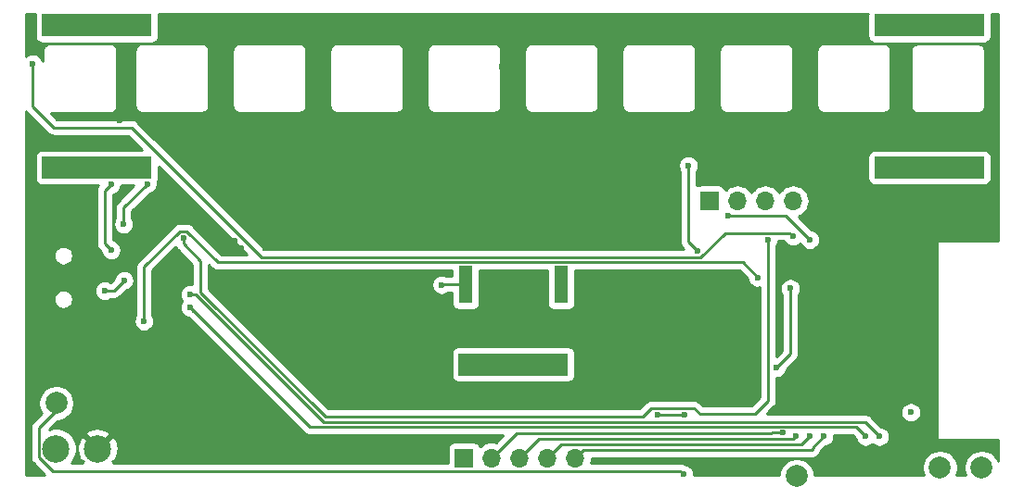
<source format=gbr>
G04 #@! TF.GenerationSoftware,KiCad,Pcbnew,5.1.2*
G04 #@! TF.CreationDate,2019-05-26T21:34:20-05:00*
G04 #@! TF.ProjectId,badge,62616467-652e-46b6-9963-61645f706362,rev?*
G04 #@! TF.SameCoordinates,Original*
G04 #@! TF.FileFunction,Copper,L2,Bot*
G04 #@! TF.FilePolarity,Positive*
%FSLAX46Y46*%
G04 Gerber Fmt 4.6, Leading zero omitted, Abs format (unit mm)*
G04 Created by KiCad (PCBNEW 5.1.2) date 2019-05-26 21:34:20*
%MOMM*%
%LPD*%
G04 APERTURE LIST*
%ADD10C,2.000000*%
%ADD11C,2.499360*%
%ADD12R,1.300000X3.400000*%
%ADD13R,1.700000X1.700000*%
%ADD14O,1.700000X1.700000*%
%ADD15R,10.000000X2.000000*%
%ADD16C,0.600000*%
%ADD17C,0.250000*%
%ADD18C,0.254000*%
G04 APERTURE END LIST*
D10*
X165481000Y-131064000D03*
X169291000Y-131064000D03*
X152400000Y-131826000D03*
X84820000Y-125147000D03*
D11*
X88600000Y-129307000D03*
X84790000Y-129307000D03*
D12*
X130895000Y-114305000D03*
X122195000Y-114305000D03*
D13*
X122030000Y-130147000D03*
D14*
X124570000Y-130147000D03*
X127110000Y-130147000D03*
X129650000Y-130147000D03*
X132190000Y-130147000D03*
D13*
X144450000Y-106647000D03*
D14*
X146990000Y-106647000D03*
X149530000Y-106647000D03*
X152070000Y-106647000D03*
D15*
X126520000Y-121597000D03*
X164520000Y-103597000D03*
X88520000Y-103597000D03*
X88520000Y-90597000D03*
X164520000Y-90597000D03*
D16*
X104320000Y-110297000D03*
X101120000Y-110297000D03*
X108320000Y-106897000D03*
X156120000Y-106397000D03*
X101720000Y-110997000D03*
X103920000Y-110997000D03*
X168070000Y-105397000D03*
X169620000Y-99197000D03*
X161320000Y-94397000D03*
X161220000Y-99301000D03*
X152320000Y-94397000D03*
X152420000Y-99301000D03*
X143320000Y-94397000D03*
X143420000Y-99301000D03*
X134520000Y-94397000D03*
X134420000Y-99301000D03*
X125520000Y-94397000D03*
X125620000Y-99301000D03*
X116920000Y-94397000D03*
X116820000Y-99301000D03*
X107920000Y-94397000D03*
X107820000Y-99301000D03*
X98920000Y-94397000D03*
X99020000Y-99301000D03*
X90520000Y-94397000D03*
X90620000Y-99301000D03*
X102720000Y-117297000D03*
X102570000Y-114397000D03*
X119997600Y-114321400D03*
X152075010Y-109902010D03*
X82670000Y-94097000D03*
X97020000Y-116397000D03*
X158690000Y-128197000D03*
X97020000Y-115197000D03*
X159960000Y-128197000D03*
X154880000Y-128197000D03*
X153610000Y-128197000D03*
X152340000Y-128197000D03*
X151120000Y-127797000D03*
X142070000Y-131647000D03*
X143320000Y-111197000D03*
X142520000Y-103397000D03*
X96410000Y-110037000D03*
X149800000Y-110197000D03*
X146120000Y-107997000D03*
X153610000Y-110197000D03*
X89820000Y-111147000D03*
X89820000Y-105147000D03*
X90960000Y-108767000D03*
X93120000Y-105097002D03*
X89240000Y-114857000D03*
X91006000Y-113915000D03*
X130895000Y-114305000D03*
X162814000Y-125984000D03*
X142120000Y-126246989D03*
X139670000Y-126246989D03*
X150570000Y-121897000D03*
X151820000Y-114647000D03*
X92820000Y-117647000D03*
X148820000Y-113647000D03*
D17*
X161320000Y-94397000D02*
X161320000Y-99201000D01*
X161320000Y-99201000D02*
X161220000Y-99301000D01*
X152320000Y-94397000D02*
X152320000Y-99201000D01*
X152320000Y-99201000D02*
X152420000Y-99301000D01*
X143320000Y-94397000D02*
X143320000Y-99201000D01*
X143320000Y-99201000D02*
X143420000Y-99301000D01*
X134520000Y-94397000D02*
X134520000Y-99201000D01*
X134520000Y-99201000D02*
X134420000Y-99301000D01*
X125520000Y-94397000D02*
X125520000Y-99201000D01*
X125520000Y-99201000D02*
X125620000Y-99301000D01*
X116920000Y-94397000D02*
X116920000Y-99201000D01*
X116920000Y-99201000D02*
X116820000Y-99301000D01*
X107920000Y-94397000D02*
X107920000Y-99201000D01*
X107920000Y-99201000D02*
X107820000Y-99301000D01*
X98920000Y-94397000D02*
X98920000Y-99201000D01*
X98920000Y-99201000D02*
X99020000Y-99301000D01*
X90520000Y-94397000D02*
X90520000Y-99201000D01*
X90520000Y-99201000D02*
X90620000Y-99301000D01*
X122195000Y-114305000D02*
X120014000Y-114305000D01*
X120014000Y-114305000D02*
X119997600Y-114321400D01*
X91674003Y-99926001D02*
X84549001Y-99926001D01*
X143620001Y-111822001D02*
X103570003Y-111822001D01*
X145870003Y-109571999D02*
X143620001Y-111822001D01*
X103570003Y-111822001D02*
X91674003Y-99926001D01*
X152075010Y-109902010D02*
X151744999Y-109571999D01*
X151744999Y-109571999D02*
X145870003Y-109571999D01*
X84549001Y-99926001D02*
X82670000Y-98047000D01*
X82670000Y-98047000D02*
X82670000Y-94097000D01*
X97020000Y-116397000D02*
X107944999Y-127321999D01*
X157814999Y-127321999D02*
X158690000Y-128197000D01*
X107944999Y-127321999D02*
X157814999Y-127321999D01*
X97319999Y-116696999D02*
X97020000Y-116397000D01*
X158634989Y-126871989D02*
X159960000Y-128197000D01*
X109194989Y-126871989D02*
X158634989Y-126871989D01*
X97520000Y-115197000D02*
X109194989Y-126871989D01*
X97020000Y-115197000D02*
X97520000Y-115197000D01*
X132940000Y-129397000D02*
X132190000Y-130147000D01*
X153820000Y-129397000D02*
X132940000Y-129397000D01*
X153820000Y-129397000D02*
X153820000Y-129257000D01*
X153820000Y-129257000D02*
X154880000Y-128197000D01*
X130900000Y-128897000D02*
X129650000Y-130147000D01*
X152695012Y-128946990D02*
X130900000Y-128897000D01*
X152695012Y-128946990D02*
X152860010Y-128946990D01*
X152860010Y-128946990D02*
X153610000Y-128197000D01*
X128860000Y-128397000D02*
X127110000Y-130147000D01*
X151545012Y-128446990D02*
X128860000Y-128397000D01*
X151545012Y-128446990D02*
X152090010Y-128446990D01*
X152090010Y-128446990D02*
X152340000Y-128197000D01*
X126820000Y-127897000D02*
X124570000Y-130147000D01*
X150070000Y-127897000D02*
X126820000Y-127897000D01*
X150170000Y-127797000D02*
X151120000Y-127797000D01*
X150070000Y-127897000D02*
X150170000Y-127797000D01*
X83215319Y-127401681D02*
X84820000Y-125797000D01*
X84499472Y-131347001D02*
X83215319Y-130062848D01*
X83215319Y-130062848D02*
X83215319Y-127401681D01*
X141770001Y-131347001D02*
X84499472Y-131347001D01*
X142070000Y-131647000D02*
X141770001Y-131347001D01*
X143320000Y-111197000D02*
X142520000Y-110397000D01*
X142520000Y-110397000D02*
X142520000Y-103397000D01*
X96410000Y-110587000D02*
X97970000Y-112147000D01*
X96410000Y-110037000D02*
X96410000Y-110587000D01*
X97970000Y-112147000D02*
X97970000Y-115010590D01*
X97970000Y-115010590D02*
X109356410Y-126397000D01*
X109356410Y-126397000D02*
X138320000Y-126397000D01*
X139095012Y-125621988D02*
X143044988Y-125621988D01*
X138320000Y-126397000D02*
X139095012Y-125621988D01*
X143044988Y-125621988D02*
X143570000Y-126147000D01*
X143570000Y-126147000D02*
X148570000Y-126147000D01*
X149800000Y-124917000D02*
X149800000Y-111147000D01*
X148570000Y-126147000D02*
X149800000Y-124917000D01*
X149800000Y-111317000D02*
X149800000Y-111147000D01*
X149800000Y-111147000D02*
X149800000Y-110197000D01*
X146120000Y-107997000D02*
X151410000Y-107997000D01*
X151410000Y-107997000D02*
X153610000Y-110197000D01*
X89820000Y-111147000D02*
X89220000Y-110547000D01*
X89220000Y-105747000D02*
X89820000Y-105147000D01*
X89220000Y-110547000D02*
X89220000Y-105747000D01*
X90960000Y-108767000D02*
X90960000Y-107257002D01*
X90960000Y-107257002D02*
X93120000Y-105097002D01*
X89240000Y-114857000D02*
X90064000Y-114857000D01*
X90064000Y-114857000D02*
X91006000Y-113915000D01*
X142120000Y-126246989D02*
X139670000Y-126246989D01*
X150570000Y-121897000D02*
X151820000Y-120647000D01*
X151820000Y-120647000D02*
X151820000Y-114647000D01*
X92820000Y-112701998D02*
X96109999Y-109411999D01*
X92820000Y-117647000D02*
X92820000Y-112701998D01*
X96710001Y-109411999D02*
X99578001Y-112279999D01*
X99578001Y-112279999D02*
X147452999Y-112279999D01*
X96109999Y-109411999D02*
X96710001Y-109411999D01*
X147452999Y-112279999D02*
X148820000Y-113647000D01*
D18*
G36*
X82881928Y-89597000D02*
G01*
X82881928Y-91597000D01*
X82894188Y-91721482D01*
X82930498Y-91841180D01*
X82989463Y-91951494D01*
X83068815Y-92048185D01*
X83165506Y-92127537D01*
X83275820Y-92186502D01*
X83395518Y-92222812D01*
X83520000Y-92235072D01*
X93520000Y-92235072D01*
X93644482Y-92222812D01*
X93764180Y-92186502D01*
X93874494Y-92127537D01*
X93971185Y-92048185D01*
X94050537Y-91951494D01*
X94109502Y-91841180D01*
X94145812Y-91721482D01*
X94158072Y-91597000D01*
X94158072Y-89597000D01*
X94149208Y-89507000D01*
X158890792Y-89507000D01*
X158881928Y-89597000D01*
X158881928Y-91597000D01*
X158894188Y-91721482D01*
X158930498Y-91841180D01*
X158989463Y-91951494D01*
X159068815Y-92048185D01*
X159165506Y-92127537D01*
X159275820Y-92186502D01*
X159395518Y-92222812D01*
X159520000Y-92235072D01*
X169520000Y-92235072D01*
X169644482Y-92222812D01*
X169764180Y-92186502D01*
X169874494Y-92127537D01*
X169971185Y-92048185D01*
X170050537Y-91951494D01*
X170109502Y-91841180D01*
X170145812Y-91721482D01*
X170158072Y-91597000D01*
X170158072Y-89597000D01*
X170149208Y-89507000D01*
X170810000Y-89507000D01*
X170810001Y-110270000D01*
X165320000Y-110270000D01*
X165295224Y-110272440D01*
X165271399Y-110279667D01*
X165249443Y-110291403D01*
X165230197Y-110307197D01*
X165214403Y-110326443D01*
X165202667Y-110348399D01*
X165195440Y-110372224D01*
X165193000Y-110397000D01*
X165193000Y-128397000D01*
X165195440Y-128421776D01*
X165202667Y-128445601D01*
X165214403Y-128467557D01*
X165230197Y-128486803D01*
X165249443Y-128502597D01*
X165271399Y-128514333D01*
X165295224Y-128521560D01*
X165320000Y-128524000D01*
X170810001Y-128524000D01*
X170810001Y-130458731D01*
X170739918Y-130289537D01*
X170560987Y-130021748D01*
X170333252Y-129794013D01*
X170065463Y-129615082D01*
X169767912Y-129491832D01*
X169452033Y-129429000D01*
X169129967Y-129429000D01*
X168814088Y-129491832D01*
X168516537Y-129615082D01*
X168248748Y-129794013D01*
X168021013Y-130021748D01*
X167842082Y-130289537D01*
X167718832Y-130587088D01*
X167656000Y-130902967D01*
X167656000Y-131225033D01*
X167718832Y-131540912D01*
X167772302Y-131670000D01*
X166999698Y-131670000D01*
X167053168Y-131540912D01*
X167116000Y-131225033D01*
X167116000Y-130902967D01*
X167053168Y-130587088D01*
X166929918Y-130289537D01*
X166750987Y-130021748D01*
X166523252Y-129794013D01*
X166255463Y-129615082D01*
X165957912Y-129491832D01*
X165642033Y-129429000D01*
X165319967Y-129429000D01*
X165004088Y-129491832D01*
X164706537Y-129615082D01*
X164438748Y-129794013D01*
X164211013Y-130021748D01*
X164032082Y-130289537D01*
X163908832Y-130587088D01*
X163846000Y-130902967D01*
X163846000Y-131225033D01*
X163908832Y-131540912D01*
X163962302Y-131670000D01*
X154035000Y-131670000D01*
X154035000Y-131664967D01*
X153972168Y-131349088D01*
X153848918Y-131051537D01*
X153669987Y-130783748D01*
X153442252Y-130556013D01*
X153174463Y-130377082D01*
X152876912Y-130253832D01*
X152561033Y-130191000D01*
X152238967Y-130191000D01*
X151923088Y-130253832D01*
X151625537Y-130377082D01*
X151357748Y-130556013D01*
X151130013Y-130783748D01*
X150951082Y-131051537D01*
X150827832Y-131349088D01*
X150765000Y-131664967D01*
X150765000Y-131670000D01*
X143005000Y-131670000D01*
X143005000Y-131554911D01*
X142969068Y-131374271D01*
X142898586Y-131204111D01*
X142796262Y-131050972D01*
X142666028Y-130920738D01*
X142512889Y-130818414D01*
X142342729Y-130747932D01*
X142204531Y-130720442D01*
X142194277Y-130712027D01*
X142062248Y-130641455D01*
X141918987Y-130597998D01*
X141807334Y-130587001D01*
X141807323Y-130587001D01*
X141770001Y-130583325D01*
X141732679Y-130587001D01*
X133608348Y-130587001D01*
X133653513Y-130438111D01*
X133681200Y-130157000D01*
X153782667Y-130157000D01*
X153820000Y-130160677D01*
X153857333Y-130157000D01*
X153968986Y-130146003D01*
X154112247Y-130102546D01*
X154244276Y-130031974D01*
X154360001Y-129937001D01*
X154454974Y-129821276D01*
X154525546Y-129689247D01*
X154552974Y-129598827D01*
X155031650Y-129120152D01*
X155152729Y-129096068D01*
X155322889Y-129025586D01*
X155476028Y-128923262D01*
X155606262Y-128793028D01*
X155708586Y-128639889D01*
X155779068Y-128469729D01*
X155815000Y-128289089D01*
X155815000Y-128104911D01*
X155810442Y-128081999D01*
X157500198Y-128081999D01*
X157766847Y-128348649D01*
X157790932Y-128469729D01*
X157861414Y-128639889D01*
X157963738Y-128793028D01*
X158093972Y-128923262D01*
X158247111Y-129025586D01*
X158417271Y-129096068D01*
X158597911Y-129132000D01*
X158782089Y-129132000D01*
X158962729Y-129096068D01*
X159132889Y-129025586D01*
X159286028Y-128923262D01*
X159325000Y-128884290D01*
X159363972Y-128923262D01*
X159517111Y-129025586D01*
X159687271Y-129096068D01*
X159867911Y-129132000D01*
X160052089Y-129132000D01*
X160232729Y-129096068D01*
X160402889Y-129025586D01*
X160556028Y-128923262D01*
X160686262Y-128793028D01*
X160788586Y-128639889D01*
X160859068Y-128469729D01*
X160895000Y-128289089D01*
X160895000Y-128104911D01*
X160859068Y-127924271D01*
X160788586Y-127754111D01*
X160686262Y-127600972D01*
X160556028Y-127470738D01*
X160402889Y-127368414D01*
X160232729Y-127297932D01*
X160111649Y-127273847D01*
X159198793Y-126360992D01*
X159174990Y-126331988D01*
X159059265Y-126237015D01*
X158927236Y-126166443D01*
X158783975Y-126122986D01*
X158672322Y-126111989D01*
X158672311Y-126111989D01*
X158634989Y-126108313D01*
X158597667Y-126111989D01*
X149679812Y-126111989D01*
X149899890Y-125891911D01*
X161879000Y-125891911D01*
X161879000Y-126076089D01*
X161914932Y-126256729D01*
X161985414Y-126426889D01*
X162087738Y-126580028D01*
X162217972Y-126710262D01*
X162371111Y-126812586D01*
X162541271Y-126883068D01*
X162721911Y-126919000D01*
X162906089Y-126919000D01*
X163086729Y-126883068D01*
X163256889Y-126812586D01*
X163410028Y-126710262D01*
X163540262Y-126580028D01*
X163642586Y-126426889D01*
X163713068Y-126256729D01*
X163749000Y-126076089D01*
X163749000Y-125891911D01*
X163713068Y-125711271D01*
X163642586Y-125541111D01*
X163540262Y-125387972D01*
X163410028Y-125257738D01*
X163256889Y-125155414D01*
X163086729Y-125084932D01*
X162906089Y-125049000D01*
X162721911Y-125049000D01*
X162541271Y-125084932D01*
X162371111Y-125155414D01*
X162217972Y-125257738D01*
X162087738Y-125387972D01*
X161985414Y-125541111D01*
X161914932Y-125711271D01*
X161879000Y-125891911D01*
X149899890Y-125891911D01*
X150311004Y-125480798D01*
X150340001Y-125457001D01*
X150434974Y-125341276D01*
X150505546Y-125209247D01*
X150549003Y-125065986D01*
X150560000Y-124954333D01*
X150560000Y-124954325D01*
X150563676Y-124917000D01*
X150560000Y-124879675D01*
X150560000Y-122832000D01*
X150662089Y-122832000D01*
X150842729Y-122796068D01*
X151012889Y-122725586D01*
X151166028Y-122623262D01*
X151296262Y-122493028D01*
X151398586Y-122339889D01*
X151469068Y-122169729D01*
X151493153Y-122048649D01*
X152331004Y-121210798D01*
X152360001Y-121187001D01*
X152386332Y-121154917D01*
X152454974Y-121071277D01*
X152525546Y-120939247D01*
X152525546Y-120939246D01*
X152569003Y-120795986D01*
X152580000Y-120684333D01*
X152580000Y-120684323D01*
X152583676Y-120647000D01*
X152580000Y-120609677D01*
X152580000Y-115192535D01*
X152648586Y-115089889D01*
X152719068Y-114919729D01*
X152755000Y-114739089D01*
X152755000Y-114554911D01*
X152719068Y-114374271D01*
X152648586Y-114204111D01*
X152546262Y-114050972D01*
X152416028Y-113920738D01*
X152262889Y-113818414D01*
X152092729Y-113747932D01*
X151912089Y-113712000D01*
X151727911Y-113712000D01*
X151547271Y-113747932D01*
X151377111Y-113818414D01*
X151223972Y-113920738D01*
X151093738Y-114050972D01*
X150991414Y-114204111D01*
X150920932Y-114374271D01*
X150885000Y-114554911D01*
X150885000Y-114739089D01*
X150920932Y-114919729D01*
X150991414Y-115089889D01*
X151060001Y-115192537D01*
X151060000Y-120332198D01*
X150560000Y-120832199D01*
X150560000Y-110742535D01*
X150628586Y-110639889D01*
X150699068Y-110469729D01*
X150726465Y-110331999D01*
X151241081Y-110331999D01*
X151246424Y-110344899D01*
X151348748Y-110498038D01*
X151478982Y-110628272D01*
X151632121Y-110730596D01*
X151802281Y-110801078D01*
X151982921Y-110837010D01*
X152167099Y-110837010D01*
X152347739Y-110801078D01*
X152517899Y-110730596D01*
X152671038Y-110628272D01*
X152745683Y-110553627D01*
X152781414Y-110639889D01*
X152883738Y-110793028D01*
X153013972Y-110923262D01*
X153167111Y-111025586D01*
X153337271Y-111096068D01*
X153517911Y-111132000D01*
X153702089Y-111132000D01*
X153882729Y-111096068D01*
X154052889Y-111025586D01*
X154206028Y-110923262D01*
X154336262Y-110793028D01*
X154438586Y-110639889D01*
X154509068Y-110469729D01*
X154545000Y-110289089D01*
X154545000Y-110104911D01*
X154509068Y-109924271D01*
X154438586Y-109754111D01*
X154336262Y-109600972D01*
X154206028Y-109470738D01*
X154052889Y-109368414D01*
X153882729Y-109297932D01*
X153761649Y-109273847D01*
X152543106Y-108055305D01*
X152641034Y-108025599D01*
X152899014Y-107887706D01*
X153125134Y-107702134D01*
X153310706Y-107476014D01*
X153448599Y-107218034D01*
X153533513Y-106938111D01*
X153562185Y-106647000D01*
X153533513Y-106355889D01*
X153448599Y-106075966D01*
X153310706Y-105817986D01*
X153125134Y-105591866D01*
X152899014Y-105406294D01*
X152641034Y-105268401D01*
X152361111Y-105183487D01*
X152142950Y-105162000D01*
X151997050Y-105162000D01*
X151778889Y-105183487D01*
X151498966Y-105268401D01*
X151240986Y-105406294D01*
X151014866Y-105591866D01*
X150829294Y-105817986D01*
X150800000Y-105872791D01*
X150770706Y-105817986D01*
X150585134Y-105591866D01*
X150359014Y-105406294D01*
X150101034Y-105268401D01*
X149821111Y-105183487D01*
X149602950Y-105162000D01*
X149457050Y-105162000D01*
X149238889Y-105183487D01*
X148958966Y-105268401D01*
X148700986Y-105406294D01*
X148474866Y-105591866D01*
X148289294Y-105817986D01*
X148260000Y-105872791D01*
X148230706Y-105817986D01*
X148045134Y-105591866D01*
X147819014Y-105406294D01*
X147561034Y-105268401D01*
X147281111Y-105183487D01*
X147062950Y-105162000D01*
X146917050Y-105162000D01*
X146698889Y-105183487D01*
X146418966Y-105268401D01*
X146160986Y-105406294D01*
X145934866Y-105591866D01*
X145910393Y-105621687D01*
X145889502Y-105552820D01*
X145830537Y-105442506D01*
X145751185Y-105345815D01*
X145654494Y-105266463D01*
X145544180Y-105207498D01*
X145424482Y-105171188D01*
X145300000Y-105158928D01*
X143600000Y-105158928D01*
X143475518Y-105171188D01*
X143355820Y-105207498D01*
X143280000Y-105248025D01*
X143280000Y-103942535D01*
X143348586Y-103839889D01*
X143419068Y-103669729D01*
X143455000Y-103489089D01*
X143455000Y-103304911D01*
X143419068Y-103124271D01*
X143348586Y-102954111D01*
X143246262Y-102800972D01*
X143116028Y-102670738D01*
X143005672Y-102597000D01*
X158881928Y-102597000D01*
X158881928Y-104597000D01*
X158894188Y-104721482D01*
X158930498Y-104841180D01*
X158989463Y-104951494D01*
X159068815Y-105048185D01*
X159165506Y-105127537D01*
X159275820Y-105186502D01*
X159395518Y-105222812D01*
X159520000Y-105235072D01*
X169520000Y-105235072D01*
X169644482Y-105222812D01*
X169764180Y-105186502D01*
X169874494Y-105127537D01*
X169971185Y-105048185D01*
X170050537Y-104951494D01*
X170109502Y-104841180D01*
X170145812Y-104721482D01*
X170158072Y-104597000D01*
X170158072Y-102597000D01*
X170145812Y-102472518D01*
X170109502Y-102352820D01*
X170050537Y-102242506D01*
X169971185Y-102145815D01*
X169874494Y-102066463D01*
X169764180Y-102007498D01*
X169644482Y-101971188D01*
X169520000Y-101958928D01*
X159520000Y-101958928D01*
X159395518Y-101971188D01*
X159275820Y-102007498D01*
X159165506Y-102066463D01*
X159068815Y-102145815D01*
X158989463Y-102242506D01*
X158930498Y-102352820D01*
X158894188Y-102472518D01*
X158881928Y-102597000D01*
X143005672Y-102597000D01*
X142962889Y-102568414D01*
X142792729Y-102497932D01*
X142612089Y-102462000D01*
X142427911Y-102462000D01*
X142247271Y-102497932D01*
X142077111Y-102568414D01*
X141923972Y-102670738D01*
X141793738Y-102800972D01*
X141691414Y-102954111D01*
X141620932Y-103124271D01*
X141585000Y-103304911D01*
X141585000Y-103489089D01*
X141620932Y-103669729D01*
X141691414Y-103839889D01*
X141760001Y-103942537D01*
X141760000Y-110359677D01*
X141756324Y-110397000D01*
X141760000Y-110434322D01*
X141760000Y-110434332D01*
X141770997Y-110545985D01*
X141799482Y-110639889D01*
X141814454Y-110689246D01*
X141885026Y-110821276D01*
X141893806Y-110831974D01*
X141979999Y-110937001D01*
X142009002Y-110960803D01*
X142110200Y-111062001D01*
X103884805Y-111062001D01*
X92237807Y-99415004D01*
X92214004Y-99386000D01*
X92098279Y-99291027D01*
X91966250Y-99220455D01*
X91822989Y-99176998D01*
X91711336Y-99166001D01*
X91711325Y-99166001D01*
X91674003Y-99162325D01*
X91636681Y-99166001D01*
X84863803Y-99166001D01*
X84311378Y-98613576D01*
X89636353Y-98613576D01*
X89670000Y-98616890D01*
X89703647Y-98613576D01*
X89804283Y-98603664D01*
X89933406Y-98564495D01*
X90052407Y-98500888D01*
X90156711Y-98415287D01*
X90242312Y-98310983D01*
X90305919Y-98191982D01*
X90345088Y-98062859D01*
X90358314Y-97928576D01*
X90355000Y-97894929D01*
X90355000Y-92962223D01*
X90358314Y-92928576D01*
X90358019Y-92925576D01*
X91986686Y-92925576D01*
X91990000Y-92959223D01*
X91990001Y-97891919D01*
X91986686Y-97925576D01*
X91999912Y-98059859D01*
X92039081Y-98188982D01*
X92102688Y-98307983D01*
X92188289Y-98412287D01*
X92292593Y-98497888D01*
X92411594Y-98561495D01*
X92540717Y-98600664D01*
X92641353Y-98610576D01*
X92675000Y-98613890D01*
X92708647Y-98610576D01*
X98041353Y-98610576D01*
X98075000Y-98613890D01*
X98108647Y-98610576D01*
X98209283Y-98600664D01*
X98338406Y-98561495D01*
X98457407Y-98497888D01*
X98561711Y-98412287D01*
X98647312Y-98307983D01*
X98710919Y-98188982D01*
X98750088Y-98059859D01*
X98763314Y-97925576D01*
X98760000Y-97891929D01*
X98760000Y-92959223D01*
X98763314Y-92925576D01*
X100876686Y-92925576D01*
X100880000Y-92959223D01*
X100880001Y-97891919D01*
X100876686Y-97925576D01*
X100889912Y-98059859D01*
X100929081Y-98188982D01*
X100992688Y-98307983D01*
X101078289Y-98412287D01*
X101182593Y-98497888D01*
X101301594Y-98561495D01*
X101430717Y-98600664D01*
X101531353Y-98610576D01*
X101565000Y-98613890D01*
X101598647Y-98610576D01*
X106931353Y-98610576D01*
X106965000Y-98613890D01*
X106998647Y-98610576D01*
X107099283Y-98600664D01*
X107228406Y-98561495D01*
X107347407Y-98497888D01*
X107451711Y-98412287D01*
X107537312Y-98307983D01*
X107600919Y-98188982D01*
X107640088Y-98059859D01*
X107653314Y-97925576D01*
X107650000Y-97891929D01*
X107650000Y-92959223D01*
X107653314Y-92925576D01*
X109766686Y-92925576D01*
X109770000Y-92959223D01*
X109770001Y-97891919D01*
X109766686Y-97925576D01*
X109779912Y-98059859D01*
X109819081Y-98188982D01*
X109882688Y-98307983D01*
X109968289Y-98412287D01*
X110072593Y-98497888D01*
X110191594Y-98561495D01*
X110320717Y-98600664D01*
X110421353Y-98610576D01*
X110455000Y-98613890D01*
X110488647Y-98610576D01*
X115821353Y-98610576D01*
X115855000Y-98613890D01*
X115888647Y-98610576D01*
X115989283Y-98600664D01*
X116118406Y-98561495D01*
X116237407Y-98497888D01*
X116341711Y-98412287D01*
X116427312Y-98307983D01*
X116490919Y-98188982D01*
X116530088Y-98059859D01*
X116543314Y-97925576D01*
X116540000Y-97891929D01*
X116540000Y-92959223D01*
X116543314Y-92925576D01*
X118656686Y-92925576D01*
X118660000Y-92959223D01*
X118660001Y-97891919D01*
X118656686Y-97925576D01*
X118669912Y-98059859D01*
X118709081Y-98188982D01*
X118772688Y-98307983D01*
X118858289Y-98412287D01*
X118962593Y-98497888D01*
X119081594Y-98561495D01*
X119210717Y-98600664D01*
X119311353Y-98610576D01*
X119345000Y-98613890D01*
X119378647Y-98610576D01*
X124711353Y-98610576D01*
X124745000Y-98613890D01*
X124778647Y-98610576D01*
X124879283Y-98600664D01*
X125008406Y-98561495D01*
X125127407Y-98497888D01*
X125231711Y-98412287D01*
X125317312Y-98307983D01*
X125380919Y-98188982D01*
X125420088Y-98059859D01*
X125433314Y-97925576D01*
X125430000Y-97891929D01*
X125430000Y-92959223D01*
X125433314Y-92925576D01*
X127546686Y-92925576D01*
X127550000Y-92959223D01*
X127550001Y-97891919D01*
X127546686Y-97925576D01*
X127559912Y-98059859D01*
X127599081Y-98188982D01*
X127662688Y-98307983D01*
X127748289Y-98412287D01*
X127852593Y-98497888D01*
X127971594Y-98561495D01*
X128100717Y-98600664D01*
X128201353Y-98610576D01*
X128235000Y-98613890D01*
X128268647Y-98610576D01*
X133601353Y-98610576D01*
X133635000Y-98613890D01*
X133668647Y-98610576D01*
X133769283Y-98600664D01*
X133898406Y-98561495D01*
X134017407Y-98497888D01*
X134121711Y-98412287D01*
X134207312Y-98307983D01*
X134270919Y-98188982D01*
X134310088Y-98059859D01*
X134323314Y-97925576D01*
X134320000Y-97891929D01*
X134320000Y-92959223D01*
X134323314Y-92925576D01*
X136436686Y-92925576D01*
X136440000Y-92959223D01*
X136440001Y-97891919D01*
X136436686Y-97925576D01*
X136449912Y-98059859D01*
X136489081Y-98188982D01*
X136552688Y-98307983D01*
X136638289Y-98412287D01*
X136742593Y-98497888D01*
X136861594Y-98561495D01*
X136990717Y-98600664D01*
X137091353Y-98610576D01*
X137125000Y-98613890D01*
X137158647Y-98610576D01*
X142491353Y-98610576D01*
X142525000Y-98613890D01*
X142558647Y-98610576D01*
X142659283Y-98600664D01*
X142788406Y-98561495D01*
X142907407Y-98497888D01*
X143011711Y-98412287D01*
X143097312Y-98307983D01*
X143160919Y-98188982D01*
X143200088Y-98059859D01*
X143213314Y-97925576D01*
X143210000Y-97891929D01*
X143210000Y-92959223D01*
X143213314Y-92925576D01*
X145326686Y-92925576D01*
X145330000Y-92959223D01*
X145330001Y-97891919D01*
X145326686Y-97925576D01*
X145339912Y-98059859D01*
X145379081Y-98188982D01*
X145442688Y-98307983D01*
X145528289Y-98412287D01*
X145632593Y-98497888D01*
X145751594Y-98561495D01*
X145880717Y-98600664D01*
X145981353Y-98610576D01*
X146015000Y-98613890D01*
X146048647Y-98610576D01*
X151381353Y-98610576D01*
X151415000Y-98613890D01*
X151448647Y-98610576D01*
X151549283Y-98600664D01*
X151678406Y-98561495D01*
X151797407Y-98497888D01*
X151901711Y-98412287D01*
X151987312Y-98307983D01*
X152050919Y-98188982D01*
X152090088Y-98059859D01*
X152103314Y-97925576D01*
X152100000Y-97891929D01*
X152100000Y-92959223D01*
X152103314Y-92925576D01*
X154216686Y-92925576D01*
X154220000Y-92959223D01*
X154220001Y-97891919D01*
X154216686Y-97925576D01*
X154229912Y-98059859D01*
X154269081Y-98188982D01*
X154332688Y-98307983D01*
X154418289Y-98412287D01*
X154522593Y-98497888D01*
X154641594Y-98561495D01*
X154770717Y-98600664D01*
X154871353Y-98610576D01*
X154905000Y-98613890D01*
X154938647Y-98610576D01*
X160271353Y-98610576D01*
X160305000Y-98613890D01*
X160338647Y-98610576D01*
X160439283Y-98600664D01*
X160568406Y-98561495D01*
X160687407Y-98497888D01*
X160791711Y-98412287D01*
X160877312Y-98307983D01*
X160940919Y-98188982D01*
X160980088Y-98059859D01*
X160993314Y-97925576D01*
X160990000Y-97891929D01*
X160990000Y-92959223D01*
X160990556Y-92953576D01*
X162806686Y-92953576D01*
X162810000Y-92987223D01*
X162810001Y-97919919D01*
X162806686Y-97953576D01*
X162819912Y-98087859D01*
X162859081Y-98216982D01*
X162922688Y-98335983D01*
X163008289Y-98440287D01*
X163112593Y-98525888D01*
X163231594Y-98589495D01*
X163360717Y-98628664D01*
X163461353Y-98638576D01*
X163495000Y-98641890D01*
X163528647Y-98638576D01*
X168861353Y-98638576D01*
X168895000Y-98641890D01*
X168928647Y-98638576D01*
X169029283Y-98628664D01*
X169158406Y-98589495D01*
X169277407Y-98525888D01*
X169381711Y-98440287D01*
X169467312Y-98335983D01*
X169530919Y-98216982D01*
X169570088Y-98087859D01*
X169583314Y-97953576D01*
X169580000Y-97919929D01*
X169580000Y-92987223D01*
X169583314Y-92953576D01*
X169570088Y-92819293D01*
X169530919Y-92690170D01*
X169467312Y-92571169D01*
X169381711Y-92466865D01*
X169277407Y-92381264D01*
X169158406Y-92317657D01*
X169029283Y-92278488D01*
X168928647Y-92268576D01*
X168895000Y-92265262D01*
X168861353Y-92268576D01*
X163528647Y-92268576D01*
X163495000Y-92265262D01*
X163461353Y-92268576D01*
X163360717Y-92278488D01*
X163231594Y-92317657D01*
X163112593Y-92381264D01*
X163008289Y-92466865D01*
X162922688Y-92571169D01*
X162859081Y-92690170D01*
X162819912Y-92819293D01*
X162806686Y-92953576D01*
X160990556Y-92953576D01*
X160993314Y-92925576D01*
X160980088Y-92791293D01*
X160940919Y-92662170D01*
X160877312Y-92543169D01*
X160791711Y-92438865D01*
X160687407Y-92353264D01*
X160568406Y-92289657D01*
X160439283Y-92250488D01*
X160338647Y-92240576D01*
X160305000Y-92237262D01*
X160271353Y-92240576D01*
X154938647Y-92240576D01*
X154905000Y-92237262D01*
X154871353Y-92240576D01*
X154770717Y-92250488D01*
X154641594Y-92289657D01*
X154522593Y-92353264D01*
X154418289Y-92438865D01*
X154332688Y-92543169D01*
X154269081Y-92662170D01*
X154229912Y-92791293D01*
X154216686Y-92925576D01*
X152103314Y-92925576D01*
X152090088Y-92791293D01*
X152050919Y-92662170D01*
X151987312Y-92543169D01*
X151901711Y-92438865D01*
X151797407Y-92353264D01*
X151678406Y-92289657D01*
X151549283Y-92250488D01*
X151448647Y-92240576D01*
X151415000Y-92237262D01*
X151381353Y-92240576D01*
X146048647Y-92240576D01*
X146015000Y-92237262D01*
X145981353Y-92240576D01*
X145880717Y-92250488D01*
X145751594Y-92289657D01*
X145632593Y-92353264D01*
X145528289Y-92438865D01*
X145442688Y-92543169D01*
X145379081Y-92662170D01*
X145339912Y-92791293D01*
X145326686Y-92925576D01*
X143213314Y-92925576D01*
X143200088Y-92791293D01*
X143160919Y-92662170D01*
X143097312Y-92543169D01*
X143011711Y-92438865D01*
X142907407Y-92353264D01*
X142788406Y-92289657D01*
X142659283Y-92250488D01*
X142558647Y-92240576D01*
X142525000Y-92237262D01*
X142491353Y-92240576D01*
X137158647Y-92240576D01*
X137125000Y-92237262D01*
X137091353Y-92240576D01*
X136990717Y-92250488D01*
X136861594Y-92289657D01*
X136742593Y-92353264D01*
X136638289Y-92438865D01*
X136552688Y-92543169D01*
X136489081Y-92662170D01*
X136449912Y-92791293D01*
X136436686Y-92925576D01*
X134323314Y-92925576D01*
X134310088Y-92791293D01*
X134270919Y-92662170D01*
X134207312Y-92543169D01*
X134121711Y-92438865D01*
X134017407Y-92353264D01*
X133898406Y-92289657D01*
X133769283Y-92250488D01*
X133668647Y-92240576D01*
X133635000Y-92237262D01*
X133601353Y-92240576D01*
X128268647Y-92240576D01*
X128235000Y-92237262D01*
X128201353Y-92240576D01*
X128100717Y-92250488D01*
X127971594Y-92289657D01*
X127852593Y-92353264D01*
X127748289Y-92438865D01*
X127662688Y-92543169D01*
X127599081Y-92662170D01*
X127559912Y-92791293D01*
X127546686Y-92925576D01*
X125433314Y-92925576D01*
X125420088Y-92791293D01*
X125380919Y-92662170D01*
X125317312Y-92543169D01*
X125231711Y-92438865D01*
X125127407Y-92353264D01*
X125008406Y-92289657D01*
X124879283Y-92250488D01*
X124778647Y-92240576D01*
X124745000Y-92237262D01*
X124711353Y-92240576D01*
X119378647Y-92240576D01*
X119345000Y-92237262D01*
X119311353Y-92240576D01*
X119210717Y-92250488D01*
X119081594Y-92289657D01*
X118962593Y-92353264D01*
X118858289Y-92438865D01*
X118772688Y-92543169D01*
X118709081Y-92662170D01*
X118669912Y-92791293D01*
X118656686Y-92925576D01*
X116543314Y-92925576D01*
X116530088Y-92791293D01*
X116490919Y-92662170D01*
X116427312Y-92543169D01*
X116341711Y-92438865D01*
X116237407Y-92353264D01*
X116118406Y-92289657D01*
X115989283Y-92250488D01*
X115888647Y-92240576D01*
X115855000Y-92237262D01*
X115821353Y-92240576D01*
X110488647Y-92240576D01*
X110455000Y-92237262D01*
X110421353Y-92240576D01*
X110320717Y-92250488D01*
X110191594Y-92289657D01*
X110072593Y-92353264D01*
X109968289Y-92438865D01*
X109882688Y-92543169D01*
X109819081Y-92662170D01*
X109779912Y-92791293D01*
X109766686Y-92925576D01*
X107653314Y-92925576D01*
X107640088Y-92791293D01*
X107600919Y-92662170D01*
X107537312Y-92543169D01*
X107451711Y-92438865D01*
X107347407Y-92353264D01*
X107228406Y-92289657D01*
X107099283Y-92250488D01*
X106998647Y-92240576D01*
X106965000Y-92237262D01*
X106931353Y-92240576D01*
X101598647Y-92240576D01*
X101565000Y-92237262D01*
X101531353Y-92240576D01*
X101430717Y-92250488D01*
X101301594Y-92289657D01*
X101182593Y-92353264D01*
X101078289Y-92438865D01*
X100992688Y-92543169D01*
X100929081Y-92662170D01*
X100889912Y-92791293D01*
X100876686Y-92925576D01*
X98763314Y-92925576D01*
X98750088Y-92791293D01*
X98710919Y-92662170D01*
X98647312Y-92543169D01*
X98561711Y-92438865D01*
X98457407Y-92353264D01*
X98338406Y-92289657D01*
X98209283Y-92250488D01*
X98108647Y-92240576D01*
X98075000Y-92237262D01*
X98041353Y-92240576D01*
X92708647Y-92240576D01*
X92675000Y-92237262D01*
X92641353Y-92240576D01*
X92540717Y-92250488D01*
X92411594Y-92289657D01*
X92292593Y-92353264D01*
X92188289Y-92438865D01*
X92102688Y-92543169D01*
X92039081Y-92662170D01*
X91999912Y-92791293D01*
X91986686Y-92925576D01*
X90358019Y-92925576D01*
X90345088Y-92794293D01*
X90305919Y-92665170D01*
X90242312Y-92546169D01*
X90156711Y-92441865D01*
X90052407Y-92356264D01*
X89933406Y-92292657D01*
X89804283Y-92253488D01*
X89703647Y-92243576D01*
X89670000Y-92240262D01*
X89636353Y-92243576D01*
X84303647Y-92243576D01*
X84270000Y-92240262D01*
X84236353Y-92243576D01*
X84135717Y-92253488D01*
X84006594Y-92292657D01*
X83887593Y-92356264D01*
X83783289Y-92441865D01*
X83697688Y-92546169D01*
X83634081Y-92665170D01*
X83594912Y-92794293D01*
X83581686Y-92928576D01*
X83585000Y-92962223D01*
X83585000Y-93904367D01*
X83569068Y-93824271D01*
X83498586Y-93654111D01*
X83396262Y-93500972D01*
X83266028Y-93370738D01*
X83112889Y-93268414D01*
X82942729Y-93197932D01*
X82762089Y-93162000D01*
X82577911Y-93162000D01*
X82397271Y-93197932D01*
X82227111Y-93268414D01*
X82073972Y-93370738D01*
X82030000Y-93414710D01*
X82030000Y-89507000D01*
X82890792Y-89507000D01*
X82881928Y-89597000D01*
X82881928Y-89597000D01*
G37*
X82881928Y-89597000D02*
X82881928Y-91597000D01*
X82894188Y-91721482D01*
X82930498Y-91841180D01*
X82989463Y-91951494D01*
X83068815Y-92048185D01*
X83165506Y-92127537D01*
X83275820Y-92186502D01*
X83395518Y-92222812D01*
X83520000Y-92235072D01*
X93520000Y-92235072D01*
X93644482Y-92222812D01*
X93764180Y-92186502D01*
X93874494Y-92127537D01*
X93971185Y-92048185D01*
X94050537Y-91951494D01*
X94109502Y-91841180D01*
X94145812Y-91721482D01*
X94158072Y-91597000D01*
X94158072Y-89597000D01*
X94149208Y-89507000D01*
X158890792Y-89507000D01*
X158881928Y-89597000D01*
X158881928Y-91597000D01*
X158894188Y-91721482D01*
X158930498Y-91841180D01*
X158989463Y-91951494D01*
X159068815Y-92048185D01*
X159165506Y-92127537D01*
X159275820Y-92186502D01*
X159395518Y-92222812D01*
X159520000Y-92235072D01*
X169520000Y-92235072D01*
X169644482Y-92222812D01*
X169764180Y-92186502D01*
X169874494Y-92127537D01*
X169971185Y-92048185D01*
X170050537Y-91951494D01*
X170109502Y-91841180D01*
X170145812Y-91721482D01*
X170158072Y-91597000D01*
X170158072Y-89597000D01*
X170149208Y-89507000D01*
X170810000Y-89507000D01*
X170810001Y-110270000D01*
X165320000Y-110270000D01*
X165295224Y-110272440D01*
X165271399Y-110279667D01*
X165249443Y-110291403D01*
X165230197Y-110307197D01*
X165214403Y-110326443D01*
X165202667Y-110348399D01*
X165195440Y-110372224D01*
X165193000Y-110397000D01*
X165193000Y-128397000D01*
X165195440Y-128421776D01*
X165202667Y-128445601D01*
X165214403Y-128467557D01*
X165230197Y-128486803D01*
X165249443Y-128502597D01*
X165271399Y-128514333D01*
X165295224Y-128521560D01*
X165320000Y-128524000D01*
X170810001Y-128524000D01*
X170810001Y-130458731D01*
X170739918Y-130289537D01*
X170560987Y-130021748D01*
X170333252Y-129794013D01*
X170065463Y-129615082D01*
X169767912Y-129491832D01*
X169452033Y-129429000D01*
X169129967Y-129429000D01*
X168814088Y-129491832D01*
X168516537Y-129615082D01*
X168248748Y-129794013D01*
X168021013Y-130021748D01*
X167842082Y-130289537D01*
X167718832Y-130587088D01*
X167656000Y-130902967D01*
X167656000Y-131225033D01*
X167718832Y-131540912D01*
X167772302Y-131670000D01*
X166999698Y-131670000D01*
X167053168Y-131540912D01*
X167116000Y-131225033D01*
X167116000Y-130902967D01*
X167053168Y-130587088D01*
X166929918Y-130289537D01*
X166750987Y-130021748D01*
X166523252Y-129794013D01*
X166255463Y-129615082D01*
X165957912Y-129491832D01*
X165642033Y-129429000D01*
X165319967Y-129429000D01*
X165004088Y-129491832D01*
X164706537Y-129615082D01*
X164438748Y-129794013D01*
X164211013Y-130021748D01*
X164032082Y-130289537D01*
X163908832Y-130587088D01*
X163846000Y-130902967D01*
X163846000Y-131225033D01*
X163908832Y-131540912D01*
X163962302Y-131670000D01*
X154035000Y-131670000D01*
X154035000Y-131664967D01*
X153972168Y-131349088D01*
X153848918Y-131051537D01*
X153669987Y-130783748D01*
X153442252Y-130556013D01*
X153174463Y-130377082D01*
X152876912Y-130253832D01*
X152561033Y-130191000D01*
X152238967Y-130191000D01*
X151923088Y-130253832D01*
X151625537Y-130377082D01*
X151357748Y-130556013D01*
X151130013Y-130783748D01*
X150951082Y-131051537D01*
X150827832Y-131349088D01*
X150765000Y-131664967D01*
X150765000Y-131670000D01*
X143005000Y-131670000D01*
X143005000Y-131554911D01*
X142969068Y-131374271D01*
X142898586Y-131204111D01*
X142796262Y-131050972D01*
X142666028Y-130920738D01*
X142512889Y-130818414D01*
X142342729Y-130747932D01*
X142204531Y-130720442D01*
X142194277Y-130712027D01*
X142062248Y-130641455D01*
X141918987Y-130597998D01*
X141807334Y-130587001D01*
X141807323Y-130587001D01*
X141770001Y-130583325D01*
X141732679Y-130587001D01*
X133608348Y-130587001D01*
X133653513Y-130438111D01*
X133681200Y-130157000D01*
X153782667Y-130157000D01*
X153820000Y-130160677D01*
X153857333Y-130157000D01*
X153968986Y-130146003D01*
X154112247Y-130102546D01*
X154244276Y-130031974D01*
X154360001Y-129937001D01*
X154454974Y-129821276D01*
X154525546Y-129689247D01*
X154552974Y-129598827D01*
X155031650Y-129120152D01*
X155152729Y-129096068D01*
X155322889Y-129025586D01*
X155476028Y-128923262D01*
X155606262Y-128793028D01*
X155708586Y-128639889D01*
X155779068Y-128469729D01*
X155815000Y-128289089D01*
X155815000Y-128104911D01*
X155810442Y-128081999D01*
X157500198Y-128081999D01*
X157766847Y-128348649D01*
X157790932Y-128469729D01*
X157861414Y-128639889D01*
X157963738Y-128793028D01*
X158093972Y-128923262D01*
X158247111Y-129025586D01*
X158417271Y-129096068D01*
X158597911Y-129132000D01*
X158782089Y-129132000D01*
X158962729Y-129096068D01*
X159132889Y-129025586D01*
X159286028Y-128923262D01*
X159325000Y-128884290D01*
X159363972Y-128923262D01*
X159517111Y-129025586D01*
X159687271Y-129096068D01*
X159867911Y-129132000D01*
X160052089Y-129132000D01*
X160232729Y-129096068D01*
X160402889Y-129025586D01*
X160556028Y-128923262D01*
X160686262Y-128793028D01*
X160788586Y-128639889D01*
X160859068Y-128469729D01*
X160895000Y-128289089D01*
X160895000Y-128104911D01*
X160859068Y-127924271D01*
X160788586Y-127754111D01*
X160686262Y-127600972D01*
X160556028Y-127470738D01*
X160402889Y-127368414D01*
X160232729Y-127297932D01*
X160111649Y-127273847D01*
X159198793Y-126360992D01*
X159174990Y-126331988D01*
X159059265Y-126237015D01*
X158927236Y-126166443D01*
X158783975Y-126122986D01*
X158672322Y-126111989D01*
X158672311Y-126111989D01*
X158634989Y-126108313D01*
X158597667Y-126111989D01*
X149679812Y-126111989D01*
X149899890Y-125891911D01*
X161879000Y-125891911D01*
X161879000Y-126076089D01*
X161914932Y-126256729D01*
X161985414Y-126426889D01*
X162087738Y-126580028D01*
X162217972Y-126710262D01*
X162371111Y-126812586D01*
X162541271Y-126883068D01*
X162721911Y-126919000D01*
X162906089Y-126919000D01*
X163086729Y-126883068D01*
X163256889Y-126812586D01*
X163410028Y-126710262D01*
X163540262Y-126580028D01*
X163642586Y-126426889D01*
X163713068Y-126256729D01*
X163749000Y-126076089D01*
X163749000Y-125891911D01*
X163713068Y-125711271D01*
X163642586Y-125541111D01*
X163540262Y-125387972D01*
X163410028Y-125257738D01*
X163256889Y-125155414D01*
X163086729Y-125084932D01*
X162906089Y-125049000D01*
X162721911Y-125049000D01*
X162541271Y-125084932D01*
X162371111Y-125155414D01*
X162217972Y-125257738D01*
X162087738Y-125387972D01*
X161985414Y-125541111D01*
X161914932Y-125711271D01*
X161879000Y-125891911D01*
X149899890Y-125891911D01*
X150311004Y-125480798D01*
X150340001Y-125457001D01*
X150434974Y-125341276D01*
X150505546Y-125209247D01*
X150549003Y-125065986D01*
X150560000Y-124954333D01*
X150560000Y-124954325D01*
X150563676Y-124917000D01*
X150560000Y-124879675D01*
X150560000Y-122832000D01*
X150662089Y-122832000D01*
X150842729Y-122796068D01*
X151012889Y-122725586D01*
X151166028Y-122623262D01*
X151296262Y-122493028D01*
X151398586Y-122339889D01*
X151469068Y-122169729D01*
X151493153Y-122048649D01*
X152331004Y-121210798D01*
X152360001Y-121187001D01*
X152386332Y-121154917D01*
X152454974Y-121071277D01*
X152525546Y-120939247D01*
X152525546Y-120939246D01*
X152569003Y-120795986D01*
X152580000Y-120684333D01*
X152580000Y-120684323D01*
X152583676Y-120647000D01*
X152580000Y-120609677D01*
X152580000Y-115192535D01*
X152648586Y-115089889D01*
X152719068Y-114919729D01*
X152755000Y-114739089D01*
X152755000Y-114554911D01*
X152719068Y-114374271D01*
X152648586Y-114204111D01*
X152546262Y-114050972D01*
X152416028Y-113920738D01*
X152262889Y-113818414D01*
X152092729Y-113747932D01*
X151912089Y-113712000D01*
X151727911Y-113712000D01*
X151547271Y-113747932D01*
X151377111Y-113818414D01*
X151223972Y-113920738D01*
X151093738Y-114050972D01*
X150991414Y-114204111D01*
X150920932Y-114374271D01*
X150885000Y-114554911D01*
X150885000Y-114739089D01*
X150920932Y-114919729D01*
X150991414Y-115089889D01*
X151060001Y-115192537D01*
X151060000Y-120332198D01*
X150560000Y-120832199D01*
X150560000Y-110742535D01*
X150628586Y-110639889D01*
X150699068Y-110469729D01*
X150726465Y-110331999D01*
X151241081Y-110331999D01*
X151246424Y-110344899D01*
X151348748Y-110498038D01*
X151478982Y-110628272D01*
X151632121Y-110730596D01*
X151802281Y-110801078D01*
X151982921Y-110837010D01*
X152167099Y-110837010D01*
X152347739Y-110801078D01*
X152517899Y-110730596D01*
X152671038Y-110628272D01*
X152745683Y-110553627D01*
X152781414Y-110639889D01*
X152883738Y-110793028D01*
X153013972Y-110923262D01*
X153167111Y-111025586D01*
X153337271Y-111096068D01*
X153517911Y-111132000D01*
X153702089Y-111132000D01*
X153882729Y-111096068D01*
X154052889Y-111025586D01*
X154206028Y-110923262D01*
X154336262Y-110793028D01*
X154438586Y-110639889D01*
X154509068Y-110469729D01*
X154545000Y-110289089D01*
X154545000Y-110104911D01*
X154509068Y-109924271D01*
X154438586Y-109754111D01*
X154336262Y-109600972D01*
X154206028Y-109470738D01*
X154052889Y-109368414D01*
X153882729Y-109297932D01*
X153761649Y-109273847D01*
X152543106Y-108055305D01*
X152641034Y-108025599D01*
X152899014Y-107887706D01*
X153125134Y-107702134D01*
X153310706Y-107476014D01*
X153448599Y-107218034D01*
X153533513Y-106938111D01*
X153562185Y-106647000D01*
X153533513Y-106355889D01*
X153448599Y-106075966D01*
X153310706Y-105817986D01*
X153125134Y-105591866D01*
X152899014Y-105406294D01*
X152641034Y-105268401D01*
X152361111Y-105183487D01*
X152142950Y-105162000D01*
X151997050Y-105162000D01*
X151778889Y-105183487D01*
X151498966Y-105268401D01*
X151240986Y-105406294D01*
X151014866Y-105591866D01*
X150829294Y-105817986D01*
X150800000Y-105872791D01*
X150770706Y-105817986D01*
X150585134Y-105591866D01*
X150359014Y-105406294D01*
X150101034Y-105268401D01*
X149821111Y-105183487D01*
X149602950Y-105162000D01*
X149457050Y-105162000D01*
X149238889Y-105183487D01*
X148958966Y-105268401D01*
X148700986Y-105406294D01*
X148474866Y-105591866D01*
X148289294Y-105817986D01*
X148260000Y-105872791D01*
X148230706Y-105817986D01*
X148045134Y-105591866D01*
X147819014Y-105406294D01*
X147561034Y-105268401D01*
X147281111Y-105183487D01*
X147062950Y-105162000D01*
X146917050Y-105162000D01*
X146698889Y-105183487D01*
X146418966Y-105268401D01*
X146160986Y-105406294D01*
X145934866Y-105591866D01*
X145910393Y-105621687D01*
X145889502Y-105552820D01*
X145830537Y-105442506D01*
X145751185Y-105345815D01*
X145654494Y-105266463D01*
X145544180Y-105207498D01*
X145424482Y-105171188D01*
X145300000Y-105158928D01*
X143600000Y-105158928D01*
X143475518Y-105171188D01*
X143355820Y-105207498D01*
X143280000Y-105248025D01*
X143280000Y-103942535D01*
X143348586Y-103839889D01*
X143419068Y-103669729D01*
X143455000Y-103489089D01*
X143455000Y-103304911D01*
X143419068Y-103124271D01*
X143348586Y-102954111D01*
X143246262Y-102800972D01*
X143116028Y-102670738D01*
X143005672Y-102597000D01*
X158881928Y-102597000D01*
X158881928Y-104597000D01*
X158894188Y-104721482D01*
X158930498Y-104841180D01*
X158989463Y-104951494D01*
X159068815Y-105048185D01*
X159165506Y-105127537D01*
X159275820Y-105186502D01*
X159395518Y-105222812D01*
X159520000Y-105235072D01*
X169520000Y-105235072D01*
X169644482Y-105222812D01*
X169764180Y-105186502D01*
X169874494Y-105127537D01*
X169971185Y-105048185D01*
X170050537Y-104951494D01*
X170109502Y-104841180D01*
X170145812Y-104721482D01*
X170158072Y-104597000D01*
X170158072Y-102597000D01*
X170145812Y-102472518D01*
X170109502Y-102352820D01*
X170050537Y-102242506D01*
X169971185Y-102145815D01*
X169874494Y-102066463D01*
X169764180Y-102007498D01*
X169644482Y-101971188D01*
X169520000Y-101958928D01*
X159520000Y-101958928D01*
X159395518Y-101971188D01*
X159275820Y-102007498D01*
X159165506Y-102066463D01*
X159068815Y-102145815D01*
X158989463Y-102242506D01*
X158930498Y-102352820D01*
X158894188Y-102472518D01*
X158881928Y-102597000D01*
X143005672Y-102597000D01*
X142962889Y-102568414D01*
X142792729Y-102497932D01*
X142612089Y-102462000D01*
X142427911Y-102462000D01*
X142247271Y-102497932D01*
X142077111Y-102568414D01*
X141923972Y-102670738D01*
X141793738Y-102800972D01*
X141691414Y-102954111D01*
X141620932Y-103124271D01*
X141585000Y-103304911D01*
X141585000Y-103489089D01*
X141620932Y-103669729D01*
X141691414Y-103839889D01*
X141760001Y-103942537D01*
X141760000Y-110359677D01*
X141756324Y-110397000D01*
X141760000Y-110434322D01*
X141760000Y-110434332D01*
X141770997Y-110545985D01*
X141799482Y-110639889D01*
X141814454Y-110689246D01*
X141885026Y-110821276D01*
X141893806Y-110831974D01*
X141979999Y-110937001D01*
X142009002Y-110960803D01*
X142110200Y-111062001D01*
X103884805Y-111062001D01*
X92237807Y-99415004D01*
X92214004Y-99386000D01*
X92098279Y-99291027D01*
X91966250Y-99220455D01*
X91822989Y-99176998D01*
X91711336Y-99166001D01*
X91711325Y-99166001D01*
X91674003Y-99162325D01*
X91636681Y-99166001D01*
X84863803Y-99166001D01*
X84311378Y-98613576D01*
X89636353Y-98613576D01*
X89670000Y-98616890D01*
X89703647Y-98613576D01*
X89804283Y-98603664D01*
X89933406Y-98564495D01*
X90052407Y-98500888D01*
X90156711Y-98415287D01*
X90242312Y-98310983D01*
X90305919Y-98191982D01*
X90345088Y-98062859D01*
X90358314Y-97928576D01*
X90355000Y-97894929D01*
X90355000Y-92962223D01*
X90358314Y-92928576D01*
X90358019Y-92925576D01*
X91986686Y-92925576D01*
X91990000Y-92959223D01*
X91990001Y-97891919D01*
X91986686Y-97925576D01*
X91999912Y-98059859D01*
X92039081Y-98188982D01*
X92102688Y-98307983D01*
X92188289Y-98412287D01*
X92292593Y-98497888D01*
X92411594Y-98561495D01*
X92540717Y-98600664D01*
X92641353Y-98610576D01*
X92675000Y-98613890D01*
X92708647Y-98610576D01*
X98041353Y-98610576D01*
X98075000Y-98613890D01*
X98108647Y-98610576D01*
X98209283Y-98600664D01*
X98338406Y-98561495D01*
X98457407Y-98497888D01*
X98561711Y-98412287D01*
X98647312Y-98307983D01*
X98710919Y-98188982D01*
X98750088Y-98059859D01*
X98763314Y-97925576D01*
X98760000Y-97891929D01*
X98760000Y-92959223D01*
X98763314Y-92925576D01*
X100876686Y-92925576D01*
X100880000Y-92959223D01*
X100880001Y-97891919D01*
X100876686Y-97925576D01*
X100889912Y-98059859D01*
X100929081Y-98188982D01*
X100992688Y-98307983D01*
X101078289Y-98412287D01*
X101182593Y-98497888D01*
X101301594Y-98561495D01*
X101430717Y-98600664D01*
X101531353Y-98610576D01*
X101565000Y-98613890D01*
X101598647Y-98610576D01*
X106931353Y-98610576D01*
X106965000Y-98613890D01*
X106998647Y-98610576D01*
X107099283Y-98600664D01*
X107228406Y-98561495D01*
X107347407Y-98497888D01*
X107451711Y-98412287D01*
X107537312Y-98307983D01*
X107600919Y-98188982D01*
X107640088Y-98059859D01*
X107653314Y-97925576D01*
X107650000Y-97891929D01*
X107650000Y-92959223D01*
X107653314Y-92925576D01*
X109766686Y-92925576D01*
X109770000Y-92959223D01*
X109770001Y-97891919D01*
X109766686Y-97925576D01*
X109779912Y-98059859D01*
X109819081Y-98188982D01*
X109882688Y-98307983D01*
X109968289Y-98412287D01*
X110072593Y-98497888D01*
X110191594Y-98561495D01*
X110320717Y-98600664D01*
X110421353Y-98610576D01*
X110455000Y-98613890D01*
X110488647Y-98610576D01*
X115821353Y-98610576D01*
X115855000Y-98613890D01*
X115888647Y-98610576D01*
X115989283Y-98600664D01*
X116118406Y-98561495D01*
X116237407Y-98497888D01*
X116341711Y-98412287D01*
X116427312Y-98307983D01*
X116490919Y-98188982D01*
X116530088Y-98059859D01*
X116543314Y-97925576D01*
X116540000Y-97891929D01*
X116540000Y-92959223D01*
X116543314Y-92925576D01*
X118656686Y-92925576D01*
X118660000Y-92959223D01*
X118660001Y-97891919D01*
X118656686Y-97925576D01*
X118669912Y-98059859D01*
X118709081Y-98188982D01*
X118772688Y-98307983D01*
X118858289Y-98412287D01*
X118962593Y-98497888D01*
X119081594Y-98561495D01*
X119210717Y-98600664D01*
X119311353Y-98610576D01*
X119345000Y-98613890D01*
X119378647Y-98610576D01*
X124711353Y-98610576D01*
X124745000Y-98613890D01*
X124778647Y-98610576D01*
X124879283Y-98600664D01*
X125008406Y-98561495D01*
X125127407Y-98497888D01*
X125231711Y-98412287D01*
X125317312Y-98307983D01*
X125380919Y-98188982D01*
X125420088Y-98059859D01*
X125433314Y-97925576D01*
X125430000Y-97891929D01*
X125430000Y-92959223D01*
X125433314Y-92925576D01*
X127546686Y-92925576D01*
X127550000Y-92959223D01*
X127550001Y-97891919D01*
X127546686Y-97925576D01*
X127559912Y-98059859D01*
X127599081Y-98188982D01*
X127662688Y-98307983D01*
X127748289Y-98412287D01*
X127852593Y-98497888D01*
X127971594Y-98561495D01*
X128100717Y-98600664D01*
X128201353Y-98610576D01*
X128235000Y-98613890D01*
X128268647Y-98610576D01*
X133601353Y-98610576D01*
X133635000Y-98613890D01*
X133668647Y-98610576D01*
X133769283Y-98600664D01*
X133898406Y-98561495D01*
X134017407Y-98497888D01*
X134121711Y-98412287D01*
X134207312Y-98307983D01*
X134270919Y-98188982D01*
X134310088Y-98059859D01*
X134323314Y-97925576D01*
X134320000Y-97891929D01*
X134320000Y-92959223D01*
X134323314Y-92925576D01*
X136436686Y-92925576D01*
X136440000Y-92959223D01*
X136440001Y-97891919D01*
X136436686Y-97925576D01*
X136449912Y-98059859D01*
X136489081Y-98188982D01*
X136552688Y-98307983D01*
X136638289Y-98412287D01*
X136742593Y-98497888D01*
X136861594Y-98561495D01*
X136990717Y-98600664D01*
X137091353Y-98610576D01*
X137125000Y-98613890D01*
X137158647Y-98610576D01*
X142491353Y-98610576D01*
X142525000Y-98613890D01*
X142558647Y-98610576D01*
X142659283Y-98600664D01*
X142788406Y-98561495D01*
X142907407Y-98497888D01*
X143011711Y-98412287D01*
X143097312Y-98307983D01*
X143160919Y-98188982D01*
X143200088Y-98059859D01*
X143213314Y-97925576D01*
X143210000Y-97891929D01*
X143210000Y-92959223D01*
X143213314Y-92925576D01*
X145326686Y-92925576D01*
X145330000Y-92959223D01*
X145330001Y-97891919D01*
X145326686Y-97925576D01*
X145339912Y-98059859D01*
X145379081Y-98188982D01*
X145442688Y-98307983D01*
X145528289Y-98412287D01*
X145632593Y-98497888D01*
X145751594Y-98561495D01*
X145880717Y-98600664D01*
X145981353Y-98610576D01*
X146015000Y-98613890D01*
X146048647Y-98610576D01*
X151381353Y-98610576D01*
X151415000Y-98613890D01*
X151448647Y-98610576D01*
X151549283Y-98600664D01*
X151678406Y-98561495D01*
X151797407Y-98497888D01*
X151901711Y-98412287D01*
X151987312Y-98307983D01*
X152050919Y-98188982D01*
X152090088Y-98059859D01*
X152103314Y-97925576D01*
X152100000Y-97891929D01*
X152100000Y-92959223D01*
X152103314Y-92925576D01*
X154216686Y-92925576D01*
X154220000Y-92959223D01*
X154220001Y-97891919D01*
X154216686Y-97925576D01*
X154229912Y-98059859D01*
X154269081Y-98188982D01*
X154332688Y-98307983D01*
X154418289Y-98412287D01*
X154522593Y-98497888D01*
X154641594Y-98561495D01*
X154770717Y-98600664D01*
X154871353Y-98610576D01*
X154905000Y-98613890D01*
X154938647Y-98610576D01*
X160271353Y-98610576D01*
X160305000Y-98613890D01*
X160338647Y-98610576D01*
X160439283Y-98600664D01*
X160568406Y-98561495D01*
X160687407Y-98497888D01*
X160791711Y-98412287D01*
X160877312Y-98307983D01*
X160940919Y-98188982D01*
X160980088Y-98059859D01*
X160993314Y-97925576D01*
X160990000Y-97891929D01*
X160990000Y-92959223D01*
X160990556Y-92953576D01*
X162806686Y-92953576D01*
X162810000Y-92987223D01*
X162810001Y-97919919D01*
X162806686Y-97953576D01*
X162819912Y-98087859D01*
X162859081Y-98216982D01*
X162922688Y-98335983D01*
X163008289Y-98440287D01*
X163112593Y-98525888D01*
X163231594Y-98589495D01*
X163360717Y-98628664D01*
X163461353Y-98638576D01*
X163495000Y-98641890D01*
X163528647Y-98638576D01*
X168861353Y-98638576D01*
X168895000Y-98641890D01*
X168928647Y-98638576D01*
X169029283Y-98628664D01*
X169158406Y-98589495D01*
X169277407Y-98525888D01*
X169381711Y-98440287D01*
X169467312Y-98335983D01*
X169530919Y-98216982D01*
X169570088Y-98087859D01*
X169583314Y-97953576D01*
X169580000Y-97919929D01*
X169580000Y-92987223D01*
X169583314Y-92953576D01*
X169570088Y-92819293D01*
X169530919Y-92690170D01*
X169467312Y-92571169D01*
X169381711Y-92466865D01*
X169277407Y-92381264D01*
X169158406Y-92317657D01*
X169029283Y-92278488D01*
X168928647Y-92268576D01*
X168895000Y-92265262D01*
X168861353Y-92268576D01*
X163528647Y-92268576D01*
X163495000Y-92265262D01*
X163461353Y-92268576D01*
X163360717Y-92278488D01*
X163231594Y-92317657D01*
X163112593Y-92381264D01*
X163008289Y-92466865D01*
X162922688Y-92571169D01*
X162859081Y-92690170D01*
X162819912Y-92819293D01*
X162806686Y-92953576D01*
X160990556Y-92953576D01*
X160993314Y-92925576D01*
X160980088Y-92791293D01*
X160940919Y-92662170D01*
X160877312Y-92543169D01*
X160791711Y-92438865D01*
X160687407Y-92353264D01*
X160568406Y-92289657D01*
X160439283Y-92250488D01*
X160338647Y-92240576D01*
X160305000Y-92237262D01*
X160271353Y-92240576D01*
X154938647Y-92240576D01*
X154905000Y-92237262D01*
X154871353Y-92240576D01*
X154770717Y-92250488D01*
X154641594Y-92289657D01*
X154522593Y-92353264D01*
X154418289Y-92438865D01*
X154332688Y-92543169D01*
X154269081Y-92662170D01*
X154229912Y-92791293D01*
X154216686Y-92925576D01*
X152103314Y-92925576D01*
X152090088Y-92791293D01*
X152050919Y-92662170D01*
X151987312Y-92543169D01*
X151901711Y-92438865D01*
X151797407Y-92353264D01*
X151678406Y-92289657D01*
X151549283Y-92250488D01*
X151448647Y-92240576D01*
X151415000Y-92237262D01*
X151381353Y-92240576D01*
X146048647Y-92240576D01*
X146015000Y-92237262D01*
X145981353Y-92240576D01*
X145880717Y-92250488D01*
X145751594Y-92289657D01*
X145632593Y-92353264D01*
X145528289Y-92438865D01*
X145442688Y-92543169D01*
X145379081Y-92662170D01*
X145339912Y-92791293D01*
X145326686Y-92925576D01*
X143213314Y-92925576D01*
X143200088Y-92791293D01*
X143160919Y-92662170D01*
X143097312Y-92543169D01*
X143011711Y-92438865D01*
X142907407Y-92353264D01*
X142788406Y-92289657D01*
X142659283Y-92250488D01*
X142558647Y-92240576D01*
X142525000Y-92237262D01*
X142491353Y-92240576D01*
X137158647Y-92240576D01*
X137125000Y-92237262D01*
X137091353Y-92240576D01*
X136990717Y-92250488D01*
X136861594Y-92289657D01*
X136742593Y-92353264D01*
X136638289Y-92438865D01*
X136552688Y-92543169D01*
X136489081Y-92662170D01*
X136449912Y-92791293D01*
X136436686Y-92925576D01*
X134323314Y-92925576D01*
X134310088Y-92791293D01*
X134270919Y-92662170D01*
X134207312Y-92543169D01*
X134121711Y-92438865D01*
X134017407Y-92353264D01*
X133898406Y-92289657D01*
X133769283Y-92250488D01*
X133668647Y-92240576D01*
X133635000Y-92237262D01*
X133601353Y-92240576D01*
X128268647Y-92240576D01*
X128235000Y-92237262D01*
X128201353Y-92240576D01*
X128100717Y-92250488D01*
X127971594Y-92289657D01*
X127852593Y-92353264D01*
X127748289Y-92438865D01*
X127662688Y-92543169D01*
X127599081Y-92662170D01*
X127559912Y-92791293D01*
X127546686Y-92925576D01*
X125433314Y-92925576D01*
X125420088Y-92791293D01*
X125380919Y-92662170D01*
X125317312Y-92543169D01*
X125231711Y-92438865D01*
X125127407Y-92353264D01*
X125008406Y-92289657D01*
X124879283Y-92250488D01*
X124778647Y-92240576D01*
X124745000Y-92237262D01*
X124711353Y-92240576D01*
X119378647Y-92240576D01*
X119345000Y-92237262D01*
X119311353Y-92240576D01*
X119210717Y-92250488D01*
X119081594Y-92289657D01*
X118962593Y-92353264D01*
X118858289Y-92438865D01*
X118772688Y-92543169D01*
X118709081Y-92662170D01*
X118669912Y-92791293D01*
X118656686Y-92925576D01*
X116543314Y-92925576D01*
X116530088Y-92791293D01*
X116490919Y-92662170D01*
X116427312Y-92543169D01*
X116341711Y-92438865D01*
X116237407Y-92353264D01*
X116118406Y-92289657D01*
X115989283Y-92250488D01*
X115888647Y-92240576D01*
X115855000Y-92237262D01*
X115821353Y-92240576D01*
X110488647Y-92240576D01*
X110455000Y-92237262D01*
X110421353Y-92240576D01*
X110320717Y-92250488D01*
X110191594Y-92289657D01*
X110072593Y-92353264D01*
X109968289Y-92438865D01*
X109882688Y-92543169D01*
X109819081Y-92662170D01*
X109779912Y-92791293D01*
X109766686Y-92925576D01*
X107653314Y-92925576D01*
X107640088Y-92791293D01*
X107600919Y-92662170D01*
X107537312Y-92543169D01*
X107451711Y-92438865D01*
X107347407Y-92353264D01*
X107228406Y-92289657D01*
X107099283Y-92250488D01*
X106998647Y-92240576D01*
X106965000Y-92237262D01*
X106931353Y-92240576D01*
X101598647Y-92240576D01*
X101565000Y-92237262D01*
X101531353Y-92240576D01*
X101430717Y-92250488D01*
X101301594Y-92289657D01*
X101182593Y-92353264D01*
X101078289Y-92438865D01*
X100992688Y-92543169D01*
X100929081Y-92662170D01*
X100889912Y-92791293D01*
X100876686Y-92925576D01*
X98763314Y-92925576D01*
X98750088Y-92791293D01*
X98710919Y-92662170D01*
X98647312Y-92543169D01*
X98561711Y-92438865D01*
X98457407Y-92353264D01*
X98338406Y-92289657D01*
X98209283Y-92250488D01*
X98108647Y-92240576D01*
X98075000Y-92237262D01*
X98041353Y-92240576D01*
X92708647Y-92240576D01*
X92675000Y-92237262D01*
X92641353Y-92240576D01*
X92540717Y-92250488D01*
X92411594Y-92289657D01*
X92292593Y-92353264D01*
X92188289Y-92438865D01*
X92102688Y-92543169D01*
X92039081Y-92662170D01*
X91999912Y-92791293D01*
X91986686Y-92925576D01*
X90358019Y-92925576D01*
X90345088Y-92794293D01*
X90305919Y-92665170D01*
X90242312Y-92546169D01*
X90156711Y-92441865D01*
X90052407Y-92356264D01*
X89933406Y-92292657D01*
X89804283Y-92253488D01*
X89703647Y-92243576D01*
X89670000Y-92240262D01*
X89636353Y-92243576D01*
X84303647Y-92243576D01*
X84270000Y-92240262D01*
X84236353Y-92243576D01*
X84135717Y-92253488D01*
X84006594Y-92292657D01*
X83887593Y-92356264D01*
X83783289Y-92441865D01*
X83697688Y-92546169D01*
X83634081Y-92665170D01*
X83594912Y-92794293D01*
X83581686Y-92928576D01*
X83585000Y-92962223D01*
X83585000Y-93904367D01*
X83569068Y-93824271D01*
X83498586Y-93654111D01*
X83396262Y-93500972D01*
X83266028Y-93370738D01*
X83112889Y-93268414D01*
X82942729Y-93197932D01*
X82762089Y-93162000D01*
X82577911Y-93162000D01*
X82397271Y-93197932D01*
X82227111Y-93268414D01*
X82073972Y-93370738D01*
X82030000Y-93414710D01*
X82030000Y-89507000D01*
X82890792Y-89507000D01*
X82881928Y-89597000D01*
G36*
X82035026Y-98471276D02*
G01*
X82074871Y-98519826D01*
X82129999Y-98587001D01*
X82159003Y-98610804D01*
X83985201Y-100437003D01*
X84009000Y-100466002D01*
X84124725Y-100560975D01*
X84256754Y-100631547D01*
X84400015Y-100675004D01*
X84511668Y-100686001D01*
X84511676Y-100686001D01*
X84549001Y-100689677D01*
X84586326Y-100686001D01*
X91359202Y-100686001D01*
X92632129Y-101958928D01*
X83520000Y-101958928D01*
X83395518Y-101971188D01*
X83275820Y-102007498D01*
X83165506Y-102066463D01*
X83068815Y-102145815D01*
X82989463Y-102242506D01*
X82930498Y-102352820D01*
X82894188Y-102472518D01*
X82881928Y-102597000D01*
X82881928Y-104597000D01*
X82894188Y-104721482D01*
X82930498Y-104841180D01*
X82989463Y-104951494D01*
X83068815Y-105048185D01*
X83165506Y-105127537D01*
X83275820Y-105186502D01*
X83395518Y-105222812D01*
X83520000Y-105235072D01*
X88656961Y-105235072D01*
X88656202Y-105235997D01*
X88656201Y-105235998D01*
X88585026Y-105322724D01*
X88514454Y-105454754D01*
X88494275Y-105521279D01*
X88479109Y-105571277D01*
X88470998Y-105598015D01*
X88456324Y-105747000D01*
X88460001Y-105784332D01*
X88460000Y-110509677D01*
X88456324Y-110547000D01*
X88460000Y-110584322D01*
X88460000Y-110584332D01*
X88470997Y-110695985D01*
X88500434Y-110793028D01*
X88514454Y-110839246D01*
X88585026Y-110971276D01*
X88617854Y-111011276D01*
X88679999Y-111087001D01*
X88709002Y-111110803D01*
X88896847Y-111298649D01*
X88920932Y-111419729D01*
X88991414Y-111589889D01*
X89093738Y-111743028D01*
X89223972Y-111873262D01*
X89377111Y-111975586D01*
X89547271Y-112046068D01*
X89727911Y-112082000D01*
X89912089Y-112082000D01*
X90092729Y-112046068D01*
X90262889Y-111975586D01*
X90416028Y-111873262D01*
X90546262Y-111743028D01*
X90648586Y-111589889D01*
X90719068Y-111419729D01*
X90755000Y-111239089D01*
X90755000Y-111054911D01*
X90719068Y-110874271D01*
X90648586Y-110704111D01*
X90546262Y-110550972D01*
X90416028Y-110420738D01*
X90262889Y-110318414D01*
X90092729Y-110247932D01*
X89980000Y-110225509D01*
X89980000Y-106068491D01*
X90092729Y-106046068D01*
X90262889Y-105975586D01*
X90416028Y-105873262D01*
X90546262Y-105743028D01*
X90648586Y-105589889D01*
X90719068Y-105419729D01*
X90755000Y-105239089D01*
X90755000Y-105235072D01*
X91907128Y-105235072D01*
X90448998Y-106693203D01*
X90420000Y-106717001D01*
X90396202Y-106745999D01*
X90396201Y-106746000D01*
X90325026Y-106832726D01*
X90254454Y-106964756D01*
X90210998Y-107108017D01*
X90196324Y-107257002D01*
X90200001Y-107294334D01*
X90200000Y-108221464D01*
X90131414Y-108324111D01*
X90060932Y-108494271D01*
X90025000Y-108674911D01*
X90025000Y-108859089D01*
X90060932Y-109039729D01*
X90131414Y-109209889D01*
X90233738Y-109363028D01*
X90363972Y-109493262D01*
X90517111Y-109595586D01*
X90687271Y-109666068D01*
X90867911Y-109702000D01*
X91052089Y-109702000D01*
X91232729Y-109666068D01*
X91402889Y-109595586D01*
X91556028Y-109493262D01*
X91686262Y-109363028D01*
X91788586Y-109209889D01*
X91859068Y-109039729D01*
X91895000Y-108859089D01*
X91895000Y-108674911D01*
X91859068Y-108494271D01*
X91788586Y-108324111D01*
X91720000Y-108221465D01*
X91720000Y-107571803D01*
X93271649Y-106020155D01*
X93392729Y-105996070D01*
X93562889Y-105925588D01*
X93716028Y-105823264D01*
X93846262Y-105693030D01*
X93948586Y-105539891D01*
X94019068Y-105369731D01*
X94055000Y-105189091D01*
X94055000Y-105004913D01*
X94045576Y-104957538D01*
X94050537Y-104951494D01*
X94109502Y-104841180D01*
X94145812Y-104721482D01*
X94158072Y-104597000D01*
X94158072Y-103484871D01*
X102193199Y-111519999D01*
X99892804Y-111519999D01*
X97273805Y-108901002D01*
X97250002Y-108871998D01*
X97134277Y-108777025D01*
X97002248Y-108706453D01*
X96858987Y-108662996D01*
X96747334Y-108651999D01*
X96747323Y-108651999D01*
X96710001Y-108648323D01*
X96672679Y-108651999D01*
X96147321Y-108651999D01*
X96109998Y-108648323D01*
X96072675Y-108651999D01*
X96072666Y-108651999D01*
X95961013Y-108662996D01*
X95817752Y-108706453D01*
X95685723Y-108777025D01*
X95569998Y-108871998D01*
X95546200Y-108900996D01*
X92308998Y-112138199D01*
X92280000Y-112161997D01*
X92256202Y-112190995D01*
X92256201Y-112190996D01*
X92185026Y-112277722D01*
X92114454Y-112409752D01*
X92100130Y-112456975D01*
X92074339Y-112542000D01*
X92070998Y-112553013D01*
X92056324Y-112701998D01*
X92060001Y-112739330D01*
X92060000Y-117101464D01*
X91991414Y-117204111D01*
X91920932Y-117374271D01*
X91885000Y-117554911D01*
X91885000Y-117739089D01*
X91920932Y-117919729D01*
X91991414Y-118089889D01*
X92093738Y-118243028D01*
X92223972Y-118373262D01*
X92377111Y-118475586D01*
X92547271Y-118546068D01*
X92727911Y-118582000D01*
X92912089Y-118582000D01*
X93092729Y-118546068D01*
X93262889Y-118475586D01*
X93416028Y-118373262D01*
X93546262Y-118243028D01*
X93648586Y-118089889D01*
X93719068Y-117919729D01*
X93755000Y-117739089D01*
X93755000Y-117554911D01*
X93719068Y-117374271D01*
X93648586Y-117204111D01*
X93580000Y-117101465D01*
X93580000Y-113016799D01*
X95709017Y-110887783D01*
X95727981Y-110923262D01*
X95775026Y-111011276D01*
X95825681Y-111072998D01*
X95870000Y-111127001D01*
X95898998Y-111150799D01*
X97210000Y-112461802D01*
X97210001Y-114281476D01*
X97112089Y-114262000D01*
X96927911Y-114262000D01*
X96747271Y-114297932D01*
X96577111Y-114368414D01*
X96423972Y-114470738D01*
X96293738Y-114600972D01*
X96191414Y-114754111D01*
X96120932Y-114924271D01*
X96085000Y-115104911D01*
X96085000Y-115289089D01*
X96120932Y-115469729D01*
X96191414Y-115639889D01*
X96293738Y-115793028D01*
X96297710Y-115797000D01*
X96293738Y-115800972D01*
X96191414Y-115954111D01*
X96120932Y-116124271D01*
X96085000Y-116304911D01*
X96085000Y-116489089D01*
X96120932Y-116669729D01*
X96191414Y-116839889D01*
X96293738Y-116993028D01*
X96423972Y-117123262D01*
X96577111Y-117225586D01*
X96747271Y-117296068D01*
X96868352Y-117320153D01*
X107381199Y-127833001D01*
X107404998Y-127862000D01*
X107520723Y-127956973D01*
X107652752Y-128027545D01*
X107796013Y-128071002D01*
X107907666Y-128081999D01*
X107907674Y-128081999D01*
X107944999Y-128085675D01*
X107982324Y-128081999D01*
X125560199Y-128081999D01*
X124935996Y-128706203D01*
X124861111Y-128683487D01*
X124642950Y-128662000D01*
X124497050Y-128662000D01*
X124278889Y-128683487D01*
X123998966Y-128768401D01*
X123740986Y-128906294D01*
X123514866Y-129091866D01*
X123490393Y-129121687D01*
X123469502Y-129052820D01*
X123410537Y-128942506D01*
X123331185Y-128845815D01*
X123234494Y-128766463D01*
X123124180Y-128707498D01*
X123004482Y-128671188D01*
X122880000Y-128658928D01*
X121180000Y-128658928D01*
X121055518Y-128671188D01*
X120935820Y-128707498D01*
X120825506Y-128766463D01*
X120728815Y-128845815D01*
X120649463Y-128942506D01*
X120590498Y-129052820D01*
X120554188Y-129172518D01*
X120541928Y-129297000D01*
X120541928Y-130587001D01*
X89997367Y-130587001D01*
X90028488Y-130555880D01*
X89913378Y-130440770D01*
X90203315Y-130314896D01*
X90369139Y-129982738D01*
X90466975Y-129624613D01*
X90493065Y-129254281D01*
X90446405Y-128885975D01*
X90328789Y-128533849D01*
X90203315Y-128299104D01*
X89913377Y-128173229D01*
X88779605Y-129307000D01*
X88793748Y-129321142D01*
X88614142Y-129500748D01*
X88600000Y-129486605D01*
X88585858Y-129500748D01*
X88406252Y-129321142D01*
X88420395Y-129307000D01*
X87286623Y-128173229D01*
X86996685Y-128299104D01*
X86830861Y-128631262D01*
X86733025Y-128989387D01*
X86706935Y-129359719D01*
X86753595Y-129728025D01*
X86871211Y-130080151D01*
X86996685Y-130314896D01*
X87286622Y-130440770D01*
X87171512Y-130555880D01*
X87202633Y-130587001D01*
X86175338Y-130587001D01*
X86253926Y-130508413D01*
X86460182Y-130199731D01*
X86602253Y-129856741D01*
X86674680Y-129492625D01*
X86674680Y-129121375D01*
X86602253Y-128757259D01*
X86460182Y-128414269D01*
X86253926Y-128105587D01*
X86141962Y-127993623D01*
X87466229Y-127993623D01*
X88600000Y-129127395D01*
X89733771Y-127993623D01*
X89607896Y-127703685D01*
X89275738Y-127537861D01*
X88917613Y-127440025D01*
X88547281Y-127413935D01*
X88178975Y-127460595D01*
X87826849Y-127578211D01*
X87592104Y-127703685D01*
X87466229Y-127993623D01*
X86141962Y-127993623D01*
X85991413Y-127843074D01*
X85682731Y-127636818D01*
X85339741Y-127494747D01*
X84975625Y-127422320D01*
X84604375Y-127422320D01*
X84240259Y-127494747D01*
X84166504Y-127525297D01*
X84909802Y-126782000D01*
X84981033Y-126782000D01*
X85296912Y-126719168D01*
X85594463Y-126595918D01*
X85862252Y-126416987D01*
X86089987Y-126189252D01*
X86268918Y-125921463D01*
X86392168Y-125623912D01*
X86455000Y-125308033D01*
X86455000Y-124985967D01*
X86392168Y-124670088D01*
X86268918Y-124372537D01*
X86089987Y-124104748D01*
X85862252Y-123877013D01*
X85594463Y-123698082D01*
X85296912Y-123574832D01*
X84981033Y-123512000D01*
X84658967Y-123512000D01*
X84343088Y-123574832D01*
X84045537Y-123698082D01*
X83777748Y-123877013D01*
X83550013Y-124104748D01*
X83371082Y-124372537D01*
X83247832Y-124670088D01*
X83185000Y-124985967D01*
X83185000Y-125308033D01*
X83247832Y-125623912D01*
X83371082Y-125921463D01*
X83471079Y-126071119D01*
X82704317Y-126837882D01*
X82675319Y-126861680D01*
X82651521Y-126890678D01*
X82651520Y-126890679D01*
X82580345Y-126977405D01*
X82509773Y-127109435D01*
X82487765Y-127181989D01*
X82466317Y-127252695D01*
X82459491Y-127321999D01*
X82451643Y-127401681D01*
X82455320Y-127439013D01*
X82455319Y-130025525D01*
X82451643Y-130062848D01*
X82455319Y-130100170D01*
X82455319Y-130100180D01*
X82466316Y-130211833D01*
X82509773Y-130355094D01*
X82580345Y-130487124D01*
X82597817Y-130508413D01*
X82675318Y-130602849D01*
X82704322Y-130626652D01*
X83747669Y-131670000D01*
X82030000Y-131670000D01*
X82030000Y-115569835D01*
X84585000Y-115569835D01*
X84585000Y-115744165D01*
X84619010Y-115915145D01*
X84685723Y-116076205D01*
X84782576Y-116221155D01*
X84905845Y-116344424D01*
X85050795Y-116441277D01*
X85211855Y-116507990D01*
X85382835Y-116542000D01*
X85557165Y-116542000D01*
X85728145Y-116507990D01*
X85889205Y-116441277D01*
X86034155Y-116344424D01*
X86157424Y-116221155D01*
X86254277Y-116076205D01*
X86320990Y-115915145D01*
X86355000Y-115744165D01*
X86355000Y-115569835D01*
X86320990Y-115398855D01*
X86254277Y-115237795D01*
X86157424Y-115092845D01*
X86034155Y-114969576D01*
X85889205Y-114872723D01*
X85728145Y-114806010D01*
X85557165Y-114772000D01*
X85382835Y-114772000D01*
X85211855Y-114806010D01*
X85050795Y-114872723D01*
X84905845Y-114969576D01*
X84782576Y-115092845D01*
X84685723Y-115237795D01*
X84619010Y-115398855D01*
X84585000Y-115569835D01*
X82030000Y-115569835D01*
X82030000Y-114764911D01*
X88305000Y-114764911D01*
X88305000Y-114949089D01*
X88340932Y-115129729D01*
X88411414Y-115299889D01*
X88513738Y-115453028D01*
X88643972Y-115583262D01*
X88797111Y-115685586D01*
X88967271Y-115756068D01*
X89147911Y-115792000D01*
X89332089Y-115792000D01*
X89512729Y-115756068D01*
X89682889Y-115685586D01*
X89785535Y-115617000D01*
X90026678Y-115617000D01*
X90064000Y-115620676D01*
X90101322Y-115617000D01*
X90101333Y-115617000D01*
X90212986Y-115606003D01*
X90356247Y-115562546D01*
X90488276Y-115491974D01*
X90604001Y-115397001D01*
X90627804Y-115367998D01*
X91157649Y-114838153D01*
X91278729Y-114814068D01*
X91448889Y-114743586D01*
X91602028Y-114641262D01*
X91732262Y-114511028D01*
X91834586Y-114357889D01*
X91905068Y-114187729D01*
X91941000Y-114007089D01*
X91941000Y-113822911D01*
X91905068Y-113642271D01*
X91834586Y-113472111D01*
X91732262Y-113318972D01*
X91602028Y-113188738D01*
X91448889Y-113086414D01*
X91278729Y-113015932D01*
X91098089Y-112980000D01*
X90913911Y-112980000D01*
X90733271Y-113015932D01*
X90563111Y-113086414D01*
X90409972Y-113188738D01*
X90279738Y-113318972D01*
X90177414Y-113472111D01*
X90106932Y-113642271D01*
X90082847Y-113763351D01*
X89763753Y-114082446D01*
X89682889Y-114028414D01*
X89512729Y-113957932D01*
X89332089Y-113922000D01*
X89147911Y-113922000D01*
X88967271Y-113957932D01*
X88797111Y-114028414D01*
X88643972Y-114130738D01*
X88513738Y-114260972D01*
X88411414Y-114414111D01*
X88340932Y-114584271D01*
X88305000Y-114764911D01*
X82030000Y-114764911D01*
X82030000Y-111569835D01*
X84585000Y-111569835D01*
X84585000Y-111744165D01*
X84619010Y-111915145D01*
X84685723Y-112076205D01*
X84782576Y-112221155D01*
X84905845Y-112344424D01*
X85050795Y-112441277D01*
X85211855Y-112507990D01*
X85382835Y-112542000D01*
X85557165Y-112542000D01*
X85728145Y-112507990D01*
X85889205Y-112441277D01*
X86034155Y-112344424D01*
X86157424Y-112221155D01*
X86254277Y-112076205D01*
X86320990Y-111915145D01*
X86355000Y-111744165D01*
X86355000Y-111569835D01*
X86320990Y-111398855D01*
X86254277Y-111237795D01*
X86157424Y-111092845D01*
X86034155Y-110969576D01*
X85889205Y-110872723D01*
X85728145Y-110806010D01*
X85557165Y-110772000D01*
X85382835Y-110772000D01*
X85211855Y-110806010D01*
X85050795Y-110872723D01*
X84905845Y-110969576D01*
X84782576Y-111092845D01*
X84685723Y-111237795D01*
X84619010Y-111398855D01*
X84585000Y-111569835D01*
X82030000Y-111569835D01*
X82030000Y-98461873D01*
X82035026Y-98471276D01*
X82035026Y-98471276D01*
G37*
X82035026Y-98471276D02*
X82074871Y-98519826D01*
X82129999Y-98587001D01*
X82159003Y-98610804D01*
X83985201Y-100437003D01*
X84009000Y-100466002D01*
X84124725Y-100560975D01*
X84256754Y-100631547D01*
X84400015Y-100675004D01*
X84511668Y-100686001D01*
X84511676Y-100686001D01*
X84549001Y-100689677D01*
X84586326Y-100686001D01*
X91359202Y-100686001D01*
X92632129Y-101958928D01*
X83520000Y-101958928D01*
X83395518Y-101971188D01*
X83275820Y-102007498D01*
X83165506Y-102066463D01*
X83068815Y-102145815D01*
X82989463Y-102242506D01*
X82930498Y-102352820D01*
X82894188Y-102472518D01*
X82881928Y-102597000D01*
X82881928Y-104597000D01*
X82894188Y-104721482D01*
X82930498Y-104841180D01*
X82989463Y-104951494D01*
X83068815Y-105048185D01*
X83165506Y-105127537D01*
X83275820Y-105186502D01*
X83395518Y-105222812D01*
X83520000Y-105235072D01*
X88656961Y-105235072D01*
X88656202Y-105235997D01*
X88656201Y-105235998D01*
X88585026Y-105322724D01*
X88514454Y-105454754D01*
X88494275Y-105521279D01*
X88479109Y-105571277D01*
X88470998Y-105598015D01*
X88456324Y-105747000D01*
X88460001Y-105784332D01*
X88460000Y-110509677D01*
X88456324Y-110547000D01*
X88460000Y-110584322D01*
X88460000Y-110584332D01*
X88470997Y-110695985D01*
X88500434Y-110793028D01*
X88514454Y-110839246D01*
X88585026Y-110971276D01*
X88617854Y-111011276D01*
X88679999Y-111087001D01*
X88709002Y-111110803D01*
X88896847Y-111298649D01*
X88920932Y-111419729D01*
X88991414Y-111589889D01*
X89093738Y-111743028D01*
X89223972Y-111873262D01*
X89377111Y-111975586D01*
X89547271Y-112046068D01*
X89727911Y-112082000D01*
X89912089Y-112082000D01*
X90092729Y-112046068D01*
X90262889Y-111975586D01*
X90416028Y-111873262D01*
X90546262Y-111743028D01*
X90648586Y-111589889D01*
X90719068Y-111419729D01*
X90755000Y-111239089D01*
X90755000Y-111054911D01*
X90719068Y-110874271D01*
X90648586Y-110704111D01*
X90546262Y-110550972D01*
X90416028Y-110420738D01*
X90262889Y-110318414D01*
X90092729Y-110247932D01*
X89980000Y-110225509D01*
X89980000Y-106068491D01*
X90092729Y-106046068D01*
X90262889Y-105975586D01*
X90416028Y-105873262D01*
X90546262Y-105743028D01*
X90648586Y-105589889D01*
X90719068Y-105419729D01*
X90755000Y-105239089D01*
X90755000Y-105235072D01*
X91907128Y-105235072D01*
X90448998Y-106693203D01*
X90420000Y-106717001D01*
X90396202Y-106745999D01*
X90396201Y-106746000D01*
X90325026Y-106832726D01*
X90254454Y-106964756D01*
X90210998Y-107108017D01*
X90196324Y-107257002D01*
X90200001Y-107294334D01*
X90200000Y-108221464D01*
X90131414Y-108324111D01*
X90060932Y-108494271D01*
X90025000Y-108674911D01*
X90025000Y-108859089D01*
X90060932Y-109039729D01*
X90131414Y-109209889D01*
X90233738Y-109363028D01*
X90363972Y-109493262D01*
X90517111Y-109595586D01*
X90687271Y-109666068D01*
X90867911Y-109702000D01*
X91052089Y-109702000D01*
X91232729Y-109666068D01*
X91402889Y-109595586D01*
X91556028Y-109493262D01*
X91686262Y-109363028D01*
X91788586Y-109209889D01*
X91859068Y-109039729D01*
X91895000Y-108859089D01*
X91895000Y-108674911D01*
X91859068Y-108494271D01*
X91788586Y-108324111D01*
X91720000Y-108221465D01*
X91720000Y-107571803D01*
X93271649Y-106020155D01*
X93392729Y-105996070D01*
X93562889Y-105925588D01*
X93716028Y-105823264D01*
X93846262Y-105693030D01*
X93948586Y-105539891D01*
X94019068Y-105369731D01*
X94055000Y-105189091D01*
X94055000Y-105004913D01*
X94045576Y-104957538D01*
X94050537Y-104951494D01*
X94109502Y-104841180D01*
X94145812Y-104721482D01*
X94158072Y-104597000D01*
X94158072Y-103484871D01*
X102193199Y-111519999D01*
X99892804Y-111519999D01*
X97273805Y-108901002D01*
X97250002Y-108871998D01*
X97134277Y-108777025D01*
X97002248Y-108706453D01*
X96858987Y-108662996D01*
X96747334Y-108651999D01*
X96747323Y-108651999D01*
X96710001Y-108648323D01*
X96672679Y-108651999D01*
X96147321Y-108651999D01*
X96109998Y-108648323D01*
X96072675Y-108651999D01*
X96072666Y-108651999D01*
X95961013Y-108662996D01*
X95817752Y-108706453D01*
X95685723Y-108777025D01*
X95569998Y-108871998D01*
X95546200Y-108900996D01*
X92308998Y-112138199D01*
X92280000Y-112161997D01*
X92256202Y-112190995D01*
X92256201Y-112190996D01*
X92185026Y-112277722D01*
X92114454Y-112409752D01*
X92100130Y-112456975D01*
X92074339Y-112542000D01*
X92070998Y-112553013D01*
X92056324Y-112701998D01*
X92060001Y-112739330D01*
X92060000Y-117101464D01*
X91991414Y-117204111D01*
X91920932Y-117374271D01*
X91885000Y-117554911D01*
X91885000Y-117739089D01*
X91920932Y-117919729D01*
X91991414Y-118089889D01*
X92093738Y-118243028D01*
X92223972Y-118373262D01*
X92377111Y-118475586D01*
X92547271Y-118546068D01*
X92727911Y-118582000D01*
X92912089Y-118582000D01*
X93092729Y-118546068D01*
X93262889Y-118475586D01*
X93416028Y-118373262D01*
X93546262Y-118243028D01*
X93648586Y-118089889D01*
X93719068Y-117919729D01*
X93755000Y-117739089D01*
X93755000Y-117554911D01*
X93719068Y-117374271D01*
X93648586Y-117204111D01*
X93580000Y-117101465D01*
X93580000Y-113016799D01*
X95709017Y-110887783D01*
X95727981Y-110923262D01*
X95775026Y-111011276D01*
X95825681Y-111072998D01*
X95870000Y-111127001D01*
X95898998Y-111150799D01*
X97210000Y-112461802D01*
X97210001Y-114281476D01*
X97112089Y-114262000D01*
X96927911Y-114262000D01*
X96747271Y-114297932D01*
X96577111Y-114368414D01*
X96423972Y-114470738D01*
X96293738Y-114600972D01*
X96191414Y-114754111D01*
X96120932Y-114924271D01*
X96085000Y-115104911D01*
X96085000Y-115289089D01*
X96120932Y-115469729D01*
X96191414Y-115639889D01*
X96293738Y-115793028D01*
X96297710Y-115797000D01*
X96293738Y-115800972D01*
X96191414Y-115954111D01*
X96120932Y-116124271D01*
X96085000Y-116304911D01*
X96085000Y-116489089D01*
X96120932Y-116669729D01*
X96191414Y-116839889D01*
X96293738Y-116993028D01*
X96423972Y-117123262D01*
X96577111Y-117225586D01*
X96747271Y-117296068D01*
X96868352Y-117320153D01*
X107381199Y-127833001D01*
X107404998Y-127862000D01*
X107520723Y-127956973D01*
X107652752Y-128027545D01*
X107796013Y-128071002D01*
X107907666Y-128081999D01*
X107907674Y-128081999D01*
X107944999Y-128085675D01*
X107982324Y-128081999D01*
X125560199Y-128081999D01*
X124935996Y-128706203D01*
X124861111Y-128683487D01*
X124642950Y-128662000D01*
X124497050Y-128662000D01*
X124278889Y-128683487D01*
X123998966Y-128768401D01*
X123740986Y-128906294D01*
X123514866Y-129091866D01*
X123490393Y-129121687D01*
X123469502Y-129052820D01*
X123410537Y-128942506D01*
X123331185Y-128845815D01*
X123234494Y-128766463D01*
X123124180Y-128707498D01*
X123004482Y-128671188D01*
X122880000Y-128658928D01*
X121180000Y-128658928D01*
X121055518Y-128671188D01*
X120935820Y-128707498D01*
X120825506Y-128766463D01*
X120728815Y-128845815D01*
X120649463Y-128942506D01*
X120590498Y-129052820D01*
X120554188Y-129172518D01*
X120541928Y-129297000D01*
X120541928Y-130587001D01*
X89997367Y-130587001D01*
X90028488Y-130555880D01*
X89913378Y-130440770D01*
X90203315Y-130314896D01*
X90369139Y-129982738D01*
X90466975Y-129624613D01*
X90493065Y-129254281D01*
X90446405Y-128885975D01*
X90328789Y-128533849D01*
X90203315Y-128299104D01*
X89913377Y-128173229D01*
X88779605Y-129307000D01*
X88793748Y-129321142D01*
X88614142Y-129500748D01*
X88600000Y-129486605D01*
X88585858Y-129500748D01*
X88406252Y-129321142D01*
X88420395Y-129307000D01*
X87286623Y-128173229D01*
X86996685Y-128299104D01*
X86830861Y-128631262D01*
X86733025Y-128989387D01*
X86706935Y-129359719D01*
X86753595Y-129728025D01*
X86871211Y-130080151D01*
X86996685Y-130314896D01*
X87286622Y-130440770D01*
X87171512Y-130555880D01*
X87202633Y-130587001D01*
X86175338Y-130587001D01*
X86253926Y-130508413D01*
X86460182Y-130199731D01*
X86602253Y-129856741D01*
X86674680Y-129492625D01*
X86674680Y-129121375D01*
X86602253Y-128757259D01*
X86460182Y-128414269D01*
X86253926Y-128105587D01*
X86141962Y-127993623D01*
X87466229Y-127993623D01*
X88600000Y-129127395D01*
X89733771Y-127993623D01*
X89607896Y-127703685D01*
X89275738Y-127537861D01*
X88917613Y-127440025D01*
X88547281Y-127413935D01*
X88178975Y-127460595D01*
X87826849Y-127578211D01*
X87592104Y-127703685D01*
X87466229Y-127993623D01*
X86141962Y-127993623D01*
X85991413Y-127843074D01*
X85682731Y-127636818D01*
X85339741Y-127494747D01*
X84975625Y-127422320D01*
X84604375Y-127422320D01*
X84240259Y-127494747D01*
X84166504Y-127525297D01*
X84909802Y-126782000D01*
X84981033Y-126782000D01*
X85296912Y-126719168D01*
X85594463Y-126595918D01*
X85862252Y-126416987D01*
X86089987Y-126189252D01*
X86268918Y-125921463D01*
X86392168Y-125623912D01*
X86455000Y-125308033D01*
X86455000Y-124985967D01*
X86392168Y-124670088D01*
X86268918Y-124372537D01*
X86089987Y-124104748D01*
X85862252Y-123877013D01*
X85594463Y-123698082D01*
X85296912Y-123574832D01*
X84981033Y-123512000D01*
X84658967Y-123512000D01*
X84343088Y-123574832D01*
X84045537Y-123698082D01*
X83777748Y-123877013D01*
X83550013Y-124104748D01*
X83371082Y-124372537D01*
X83247832Y-124670088D01*
X83185000Y-124985967D01*
X83185000Y-125308033D01*
X83247832Y-125623912D01*
X83371082Y-125921463D01*
X83471079Y-126071119D01*
X82704317Y-126837882D01*
X82675319Y-126861680D01*
X82651521Y-126890678D01*
X82651520Y-126890679D01*
X82580345Y-126977405D01*
X82509773Y-127109435D01*
X82487765Y-127181989D01*
X82466317Y-127252695D01*
X82459491Y-127321999D01*
X82451643Y-127401681D01*
X82455320Y-127439013D01*
X82455319Y-130025525D01*
X82451643Y-130062848D01*
X82455319Y-130100170D01*
X82455319Y-130100180D01*
X82466316Y-130211833D01*
X82509773Y-130355094D01*
X82580345Y-130487124D01*
X82597817Y-130508413D01*
X82675318Y-130602849D01*
X82704322Y-130626652D01*
X83747669Y-131670000D01*
X82030000Y-131670000D01*
X82030000Y-115569835D01*
X84585000Y-115569835D01*
X84585000Y-115744165D01*
X84619010Y-115915145D01*
X84685723Y-116076205D01*
X84782576Y-116221155D01*
X84905845Y-116344424D01*
X85050795Y-116441277D01*
X85211855Y-116507990D01*
X85382835Y-116542000D01*
X85557165Y-116542000D01*
X85728145Y-116507990D01*
X85889205Y-116441277D01*
X86034155Y-116344424D01*
X86157424Y-116221155D01*
X86254277Y-116076205D01*
X86320990Y-115915145D01*
X86355000Y-115744165D01*
X86355000Y-115569835D01*
X86320990Y-115398855D01*
X86254277Y-115237795D01*
X86157424Y-115092845D01*
X86034155Y-114969576D01*
X85889205Y-114872723D01*
X85728145Y-114806010D01*
X85557165Y-114772000D01*
X85382835Y-114772000D01*
X85211855Y-114806010D01*
X85050795Y-114872723D01*
X84905845Y-114969576D01*
X84782576Y-115092845D01*
X84685723Y-115237795D01*
X84619010Y-115398855D01*
X84585000Y-115569835D01*
X82030000Y-115569835D01*
X82030000Y-114764911D01*
X88305000Y-114764911D01*
X88305000Y-114949089D01*
X88340932Y-115129729D01*
X88411414Y-115299889D01*
X88513738Y-115453028D01*
X88643972Y-115583262D01*
X88797111Y-115685586D01*
X88967271Y-115756068D01*
X89147911Y-115792000D01*
X89332089Y-115792000D01*
X89512729Y-115756068D01*
X89682889Y-115685586D01*
X89785535Y-115617000D01*
X90026678Y-115617000D01*
X90064000Y-115620676D01*
X90101322Y-115617000D01*
X90101333Y-115617000D01*
X90212986Y-115606003D01*
X90356247Y-115562546D01*
X90488276Y-115491974D01*
X90604001Y-115397001D01*
X90627804Y-115367998D01*
X91157649Y-114838153D01*
X91278729Y-114814068D01*
X91448889Y-114743586D01*
X91602028Y-114641262D01*
X91732262Y-114511028D01*
X91834586Y-114357889D01*
X91905068Y-114187729D01*
X91941000Y-114007089D01*
X91941000Y-113822911D01*
X91905068Y-113642271D01*
X91834586Y-113472111D01*
X91732262Y-113318972D01*
X91602028Y-113188738D01*
X91448889Y-113086414D01*
X91278729Y-113015932D01*
X91098089Y-112980000D01*
X90913911Y-112980000D01*
X90733271Y-113015932D01*
X90563111Y-113086414D01*
X90409972Y-113188738D01*
X90279738Y-113318972D01*
X90177414Y-113472111D01*
X90106932Y-113642271D01*
X90082847Y-113763351D01*
X89763753Y-114082446D01*
X89682889Y-114028414D01*
X89512729Y-113957932D01*
X89332089Y-113922000D01*
X89147911Y-113922000D01*
X88967271Y-113957932D01*
X88797111Y-114028414D01*
X88643972Y-114130738D01*
X88513738Y-114260972D01*
X88411414Y-114414111D01*
X88340932Y-114584271D01*
X88305000Y-114764911D01*
X82030000Y-114764911D01*
X82030000Y-111569835D01*
X84585000Y-111569835D01*
X84585000Y-111744165D01*
X84619010Y-111915145D01*
X84685723Y-112076205D01*
X84782576Y-112221155D01*
X84905845Y-112344424D01*
X85050795Y-112441277D01*
X85211855Y-112507990D01*
X85382835Y-112542000D01*
X85557165Y-112542000D01*
X85728145Y-112507990D01*
X85889205Y-112441277D01*
X86034155Y-112344424D01*
X86157424Y-112221155D01*
X86254277Y-112076205D01*
X86320990Y-111915145D01*
X86355000Y-111744165D01*
X86355000Y-111569835D01*
X86320990Y-111398855D01*
X86254277Y-111237795D01*
X86157424Y-111092845D01*
X86034155Y-110969576D01*
X85889205Y-110872723D01*
X85728145Y-110806010D01*
X85557165Y-110772000D01*
X85382835Y-110772000D01*
X85211855Y-110806010D01*
X85050795Y-110872723D01*
X84905845Y-110969576D01*
X84782576Y-111092845D01*
X84685723Y-111237795D01*
X84619010Y-111398855D01*
X84585000Y-111569835D01*
X82030000Y-111569835D01*
X82030000Y-98461873D01*
X82035026Y-98471276D01*
G36*
X99014206Y-112791007D02*
G01*
X99038000Y-112820000D01*
X99066993Y-112843794D01*
X99066997Y-112843798D01*
X99077657Y-112852546D01*
X99153725Y-112914973D01*
X99285754Y-112985545D01*
X99429015Y-113029002D01*
X99540668Y-113039999D01*
X99540677Y-113039999D01*
X99578000Y-113043675D01*
X99615323Y-113039999D01*
X120906928Y-113039999D01*
X120906928Y-113545000D01*
X120518591Y-113545000D01*
X120440489Y-113492814D01*
X120270329Y-113422332D01*
X120089689Y-113386400D01*
X119905511Y-113386400D01*
X119724871Y-113422332D01*
X119554711Y-113492814D01*
X119401572Y-113595138D01*
X119271338Y-113725372D01*
X119169014Y-113878511D01*
X119098532Y-114048671D01*
X119062600Y-114229311D01*
X119062600Y-114413489D01*
X119098532Y-114594129D01*
X119169014Y-114764289D01*
X119271338Y-114917428D01*
X119401572Y-115047662D01*
X119554711Y-115149986D01*
X119724871Y-115220468D01*
X119905511Y-115256400D01*
X120089689Y-115256400D01*
X120270329Y-115220468D01*
X120440489Y-115149986D01*
X120567680Y-115065000D01*
X120906928Y-115065000D01*
X120906928Y-116005000D01*
X120919188Y-116129482D01*
X120955498Y-116249180D01*
X121014463Y-116359494D01*
X121093815Y-116456185D01*
X121190506Y-116535537D01*
X121300820Y-116594502D01*
X121420518Y-116630812D01*
X121545000Y-116643072D01*
X122845000Y-116643072D01*
X122969482Y-116630812D01*
X123089180Y-116594502D01*
X123199494Y-116535537D01*
X123296185Y-116456185D01*
X123375537Y-116359494D01*
X123434502Y-116249180D01*
X123470812Y-116129482D01*
X123483072Y-116005000D01*
X123483072Y-113039999D01*
X129606928Y-113039999D01*
X129606928Y-116005000D01*
X129619188Y-116129482D01*
X129655498Y-116249180D01*
X129714463Y-116359494D01*
X129793815Y-116456185D01*
X129890506Y-116535537D01*
X130000820Y-116594502D01*
X130120518Y-116630812D01*
X130245000Y-116643072D01*
X131545000Y-116643072D01*
X131669482Y-116630812D01*
X131789180Y-116594502D01*
X131899494Y-116535537D01*
X131996185Y-116456185D01*
X132075537Y-116359494D01*
X132134502Y-116249180D01*
X132170812Y-116129482D01*
X132183072Y-116005000D01*
X132183072Y-113039999D01*
X147138198Y-113039999D01*
X147896847Y-113798649D01*
X147920932Y-113919729D01*
X147991414Y-114089889D01*
X148093738Y-114243028D01*
X148223972Y-114373262D01*
X148377111Y-114475586D01*
X148547271Y-114546068D01*
X148727911Y-114582000D01*
X148912089Y-114582000D01*
X149040001Y-114556556D01*
X149040000Y-124602198D01*
X148255199Y-125387000D01*
X143884802Y-125387000D01*
X143608791Y-125110990D01*
X143584989Y-125081987D01*
X143469264Y-124987014D01*
X143337235Y-124916442D01*
X143193974Y-124872985D01*
X143082321Y-124861988D01*
X143082310Y-124861988D01*
X143044988Y-124858312D01*
X143007666Y-124861988D01*
X139132334Y-124861988D01*
X139095011Y-124858312D01*
X139057688Y-124861988D01*
X139057679Y-124861988D01*
X138946026Y-124872985D01*
X138802765Y-124916442D01*
X138670736Y-124987014D01*
X138670734Y-124987015D01*
X138670735Y-124987015D01*
X138584008Y-125058189D01*
X138584004Y-125058193D01*
X138555011Y-125081987D01*
X138531217Y-125110980D01*
X138005198Y-125637000D01*
X109671213Y-125637000D01*
X104631213Y-120597000D01*
X120881928Y-120597000D01*
X120881928Y-122597000D01*
X120894188Y-122721482D01*
X120930498Y-122841180D01*
X120989463Y-122951494D01*
X121068815Y-123048185D01*
X121165506Y-123127537D01*
X121275820Y-123186502D01*
X121395518Y-123222812D01*
X121520000Y-123235072D01*
X131520000Y-123235072D01*
X131644482Y-123222812D01*
X131764180Y-123186502D01*
X131874494Y-123127537D01*
X131971185Y-123048185D01*
X132050537Y-122951494D01*
X132109502Y-122841180D01*
X132145812Y-122721482D01*
X132158072Y-122597000D01*
X132158072Y-120597000D01*
X132145812Y-120472518D01*
X132109502Y-120352820D01*
X132050537Y-120242506D01*
X131971185Y-120145815D01*
X131874494Y-120066463D01*
X131764180Y-120007498D01*
X131644482Y-119971188D01*
X131520000Y-119958928D01*
X121520000Y-119958928D01*
X121395518Y-119971188D01*
X121275820Y-120007498D01*
X121165506Y-120066463D01*
X121068815Y-120145815D01*
X120989463Y-120242506D01*
X120930498Y-120352820D01*
X120894188Y-120472518D01*
X120881928Y-120597000D01*
X104631213Y-120597000D01*
X98730000Y-114695789D01*
X98730000Y-112506801D01*
X99014206Y-112791007D01*
X99014206Y-112791007D01*
G37*
X99014206Y-112791007D02*
X99038000Y-112820000D01*
X99066993Y-112843794D01*
X99066997Y-112843798D01*
X99077657Y-112852546D01*
X99153725Y-112914973D01*
X99285754Y-112985545D01*
X99429015Y-113029002D01*
X99540668Y-113039999D01*
X99540677Y-113039999D01*
X99578000Y-113043675D01*
X99615323Y-113039999D01*
X120906928Y-113039999D01*
X120906928Y-113545000D01*
X120518591Y-113545000D01*
X120440489Y-113492814D01*
X120270329Y-113422332D01*
X120089689Y-113386400D01*
X119905511Y-113386400D01*
X119724871Y-113422332D01*
X119554711Y-113492814D01*
X119401572Y-113595138D01*
X119271338Y-113725372D01*
X119169014Y-113878511D01*
X119098532Y-114048671D01*
X119062600Y-114229311D01*
X119062600Y-114413489D01*
X119098532Y-114594129D01*
X119169014Y-114764289D01*
X119271338Y-114917428D01*
X119401572Y-115047662D01*
X119554711Y-115149986D01*
X119724871Y-115220468D01*
X119905511Y-115256400D01*
X120089689Y-115256400D01*
X120270329Y-115220468D01*
X120440489Y-115149986D01*
X120567680Y-115065000D01*
X120906928Y-115065000D01*
X120906928Y-116005000D01*
X120919188Y-116129482D01*
X120955498Y-116249180D01*
X121014463Y-116359494D01*
X121093815Y-116456185D01*
X121190506Y-116535537D01*
X121300820Y-116594502D01*
X121420518Y-116630812D01*
X121545000Y-116643072D01*
X122845000Y-116643072D01*
X122969482Y-116630812D01*
X123089180Y-116594502D01*
X123199494Y-116535537D01*
X123296185Y-116456185D01*
X123375537Y-116359494D01*
X123434502Y-116249180D01*
X123470812Y-116129482D01*
X123483072Y-116005000D01*
X123483072Y-113039999D01*
X129606928Y-113039999D01*
X129606928Y-116005000D01*
X129619188Y-116129482D01*
X129655498Y-116249180D01*
X129714463Y-116359494D01*
X129793815Y-116456185D01*
X129890506Y-116535537D01*
X130000820Y-116594502D01*
X130120518Y-116630812D01*
X130245000Y-116643072D01*
X131545000Y-116643072D01*
X131669482Y-116630812D01*
X131789180Y-116594502D01*
X131899494Y-116535537D01*
X131996185Y-116456185D01*
X132075537Y-116359494D01*
X132134502Y-116249180D01*
X132170812Y-116129482D01*
X132183072Y-116005000D01*
X132183072Y-113039999D01*
X147138198Y-113039999D01*
X147896847Y-113798649D01*
X147920932Y-113919729D01*
X147991414Y-114089889D01*
X148093738Y-114243028D01*
X148223972Y-114373262D01*
X148377111Y-114475586D01*
X148547271Y-114546068D01*
X148727911Y-114582000D01*
X148912089Y-114582000D01*
X149040001Y-114556556D01*
X149040000Y-124602198D01*
X148255199Y-125387000D01*
X143884802Y-125387000D01*
X143608791Y-125110990D01*
X143584989Y-125081987D01*
X143469264Y-124987014D01*
X143337235Y-124916442D01*
X143193974Y-124872985D01*
X143082321Y-124861988D01*
X143082310Y-124861988D01*
X143044988Y-124858312D01*
X143007666Y-124861988D01*
X139132334Y-124861988D01*
X139095011Y-124858312D01*
X139057688Y-124861988D01*
X139057679Y-124861988D01*
X138946026Y-124872985D01*
X138802765Y-124916442D01*
X138670736Y-124987014D01*
X138670734Y-124987015D01*
X138670735Y-124987015D01*
X138584008Y-125058189D01*
X138584004Y-125058193D01*
X138555011Y-125081987D01*
X138531217Y-125110980D01*
X138005198Y-125637000D01*
X109671213Y-125637000D01*
X104631213Y-120597000D01*
X120881928Y-120597000D01*
X120881928Y-122597000D01*
X120894188Y-122721482D01*
X120930498Y-122841180D01*
X120989463Y-122951494D01*
X121068815Y-123048185D01*
X121165506Y-123127537D01*
X121275820Y-123186502D01*
X121395518Y-123222812D01*
X121520000Y-123235072D01*
X131520000Y-123235072D01*
X131644482Y-123222812D01*
X131764180Y-123186502D01*
X131874494Y-123127537D01*
X131971185Y-123048185D01*
X132050537Y-122951494D01*
X132109502Y-122841180D01*
X132145812Y-122721482D01*
X132158072Y-122597000D01*
X132158072Y-120597000D01*
X132145812Y-120472518D01*
X132109502Y-120352820D01*
X132050537Y-120242506D01*
X131971185Y-120145815D01*
X131874494Y-120066463D01*
X131764180Y-120007498D01*
X131644482Y-119971188D01*
X131520000Y-119958928D01*
X121520000Y-119958928D01*
X121395518Y-119971188D01*
X121275820Y-120007498D01*
X121165506Y-120066463D01*
X121068815Y-120145815D01*
X120989463Y-120242506D01*
X120930498Y-120352820D01*
X120894188Y-120472518D01*
X120881928Y-120597000D01*
X104631213Y-120597000D01*
X98730000Y-114695789D01*
X98730000Y-112506801D01*
X99014206Y-112791007D01*
M02*

</source>
